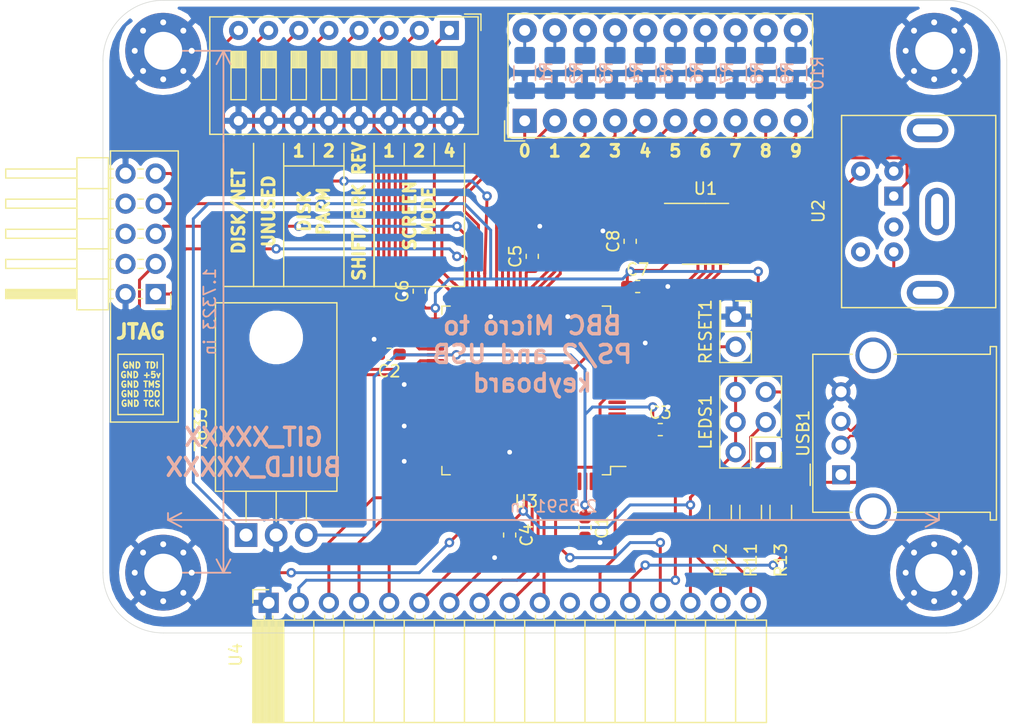
<source format=kicad_pcb>
(kicad_pcb (version 20171130) (host pcbnew "(5.1.6)-1")
  (layers (0 F.Cu signal) (31 B.Cu signal hide) (34 B.Paste user) (35 F.Paste user) (36 B.SilkS user) (37 F.SilkS user) (38 B.Mask user) (39 F.Mask user) (44 Edge.Cuts user))
  (net 0 "")
  (net 1 "Net-(BAR1-Pad20)")
  (net 2 "Net-(BAR1-Pad19)")
  (net 3 "Net-(BAR1-Pad18)")
  (net 4 "Net-(BAR1-Pad17)")
  (net 5 "Net-(BAR1-Pad11)")
  (net 6 "Net-(BAR1-Pad12)")
  (net 7 "Net-(BAR1-Pad16)")
  (net 8 "Net-(BAR1-Pad15)")
  (net 9 "Net-(BAR1-Pad14)")
  (net 10 "Net-(BAR1-Pad13)")
  (net 11 GND)
  (net 12 /TDI)
  (net 13 +5V)
  (net 14 /TMS)
  (net 15 /TDO)
  (net 16 /TCK)
  (net 17 "Net-(SW1-Pad8)")
  (net 18 "Net-(SW1-Pad7)")
  (net 19 "Net-(SW1-Pad6)")
  (net 20 "Net-(SW1-Pad5)")
  (net 21 "Net-(SW1-Pad4)")
  (net 22 "Net-(SW1-Pad3)")
  (net 23 "Net-(SW1-Pad2)")
  (net 24 "Net-(SW1-Pad1)")
  (net 25 /COL2)
  (net 26 /CB)
  (net 27 /ROW1)
  (net 28 /ROW0)
  (net 29 /CA2)
  (net 30 /ROW2)
  (net 31 /COL0)
  (net 32 /COL1)
  (net 33 /BEEBCLK)
  (net 34 /W)
  (net 35 +3V3)
  (net 36 /LED10)
  (net 37 /LED9)
  (net 38 /LED8)
  (net 39 /LED7)
  (net 40 /LED6)
  (net 41 /LED5)
  (net 42 /LED4)
  (net 43 /LED3)
  (net 44 /LED2)
  (net 45 /LED1)
  (net 46 "Net-(C8-Pad1)")
  (net 47 "Net-(R11-Pad2)")
  (net 48 "Net-(R12-Pad2)")
  (net 49 "Net-(R13-Pad2)")
  (net 50 /PS2DATA_B)
  (net 51 /PS2DATA_A)
  (net 52 /PS2CLK_B)
  (net 53 /PS2CLK_A)
  (net 54 "Net-(RESET1-Pad2)")
  (net 55 "Net-(LEDS1-Pad5)")
  (net 56 "Net-(LEDS1-Pad3)")
  (net 57 "Net-(LEDS1-Pad1)")
  (net 58 /USB_N)
  (net 59 /USB_P)
  (module Connector_USB:USB_A_Molex_67643_Horizontal (layer F.Cu) (at 109.22 118.745 90)
    (fp_text reference USB1 (at 3.5 -3.19 90) (layer F.SilkS))
    (fp_text value USB)
    (pad 5 thru_hole circle (at -3.07 2.71 90) (size 3 3) (drill 2.3) (layers *.Cu *.Mask))
    (pad 5 thru_hole circle (at 10.07 2.71 90) (size 3 3) (drill 2.3) (layers *.Cu *.Mask))
    (pad 1 thru_hole rect (at 0 0 90) (size 1.6 1.5) (drill 0.95) (layers *.Cu *.Mask) (net 13 +5V))
    (pad 2 thru_hole circle (at 2.5 0 90) (size 1.6 1.6) (drill 0.95) (layers *.Cu *.Mask) (net 58 /USB_N))
    (pad 3 thru_hole circle (at 4.5 0 90) (size 1.6 1.6) (drill 0.95) (layers *.Cu *.Mask) (net 59 /USB_P))
    (pad 4 thru_hole circle (at 7 0 90) (size 1.6 1.6) (drill 0.95) (layers *.Cu *.Mask) (net 11 GND))
  )
  (module thirdparty:Connector_Mini-DIN_Female_6Pin_2rows (layer F.Cu) (at 113.665 95.25 90)
    (fp_text reference U2 (at -1.27 -6.35 90) (layer F.SilkS))
    (fp_text value ps2)
    (pad 7 thru_hole oval (at -1.3 3.65 90) (size 4 2) (drill oval 3 1) (layers *.Cu *.Mask))
    (pad 6 thru_hole circle (at -4.7 -2.8 90) (size 1.6 1.6) (drill 0.8) (layers *.Cu *.Mask))
    (pad 5 thru_hole circle (at 2.1 -2.8 90) (size 1.6 1.6) (drill 0.8) (layers *.Cu *.Mask) (net 53 /PS2CLK_A))
    (pad 4 thru_hole circle (at -4.7 0 90) (size 1.6 1.6) (drill 0.8) (layers *.Cu *.Mask) (net 13 +5V))
    (pad 3 thru_hole circle (at 2.1 0 90) (size 1.6 1.6) (drill 0.8) (layers *.Cu *.Mask) (net 11 GND))
    (pad 2 thru_hole circle (at -2.6 0 90) (size 1.6 1.6) (drill 0.8) (layers *.Cu *.Mask))
    (pad 1 thru_hole rect (at 0 0 90) (size 1.6 1.6) (drill 0.8) (layers *.Cu *.Mask) (net 51 /PS2DATA_A))
    (pad 7 thru_hole oval (at 5.55 2.85 90) (size 2 3.5) (drill oval 1 2.5) (layers *.Cu *.Mask))
    (pad 7 thru_hole oval (at -8.15 2.85 90) (size 2 3.5) (drill oval 1 2.5) (layers *.Cu *.Mask))
  )
  (module Connector_PinHeader_2.54mm:PinHeader_2x01_P2.54mm_Vertical (layer F.Cu) (at 100.33 105.41 270)
    (fp_text reference RESET1 (at 1.27 2.54 90) (layer F.SilkS))
    (fp_text value J3)
    (pad 2 thru_hole oval (at 2.54 0 270) (size 1.7 1.7) (drill 1) (layers *.Cu *.Mask) (net 54 "Net-(RESET1-Pad2)"))
    (pad 1 thru_hole rect (at 0 0 270) (size 1.7 1.7) (drill 1) (layers *.Cu *.Mask) (net 11 GND))
  )
  (module Package_TO_SOT_THT:TO-220-3_Horizontal_TabDown (layer F.Cu) (at 59.055 123.825)
    (fp_text reference U5 hide)
    (fp_text value 7833 (at -3.81 -8.89 90) (layer F.SilkS))
    (pad 3 thru_hole oval (at 5.08 0) (size 1.905 2) (drill 1.1) (layers *.Cu *.Mask) (net 35 +3V3))
    (pad 2 thru_hole oval (at 2.54 0) (size 1.905 2) (drill 1.1) (layers *.Cu *.Mask) (net 11 GND))
    (pad 1 thru_hole rect (at 0 0) (size 1.905 2) (drill 1.1) (layers *.Cu *.Mask) (net 13 +5V))
    (pad "" np_thru_hole oval (at 2.54 -16.66) (size 3.5 3.5) (drill 3.5) (layers *.Cu *.Mask))
  )
  (module Display:HDSP-4830 (layer F.Cu) (at 82.55 88.9 90)
    (fp_text reference BAR1 hide)
    (fp_text value HDSP-4830_2 hide)
    (pad 20 thru_hole circle (at 7.62 0) (size 2.032 2.032) (drill 0.9144) (layers *.Cu *.Mask) (net 1 "Net-(BAR1-Pad20)"))
    (pad 19 thru_hole circle (at 7.62 2.54) (size 2.032 2.032) (drill 0.9144) (layers *.Cu *.Mask) (net 2 "Net-(BAR1-Pad19)"))
    (pad 18 thru_hole circle (at 7.62 5.08) (size 2.032 2.032) (drill 0.9144) (layers *.Cu *.Mask) (net 3 "Net-(BAR1-Pad18)"))
    (pad 17 thru_hole circle (at 7.62 7.62) (size 2.032 2.032) (drill 0.9144) (layers *.Cu *.Mask) (net 4 "Net-(BAR1-Pad17)"))
    (pad 9 thru_hole circle (at 0 20.32) (size 2.032 2.032) (drill 0.9144) (layers *.Cu *.Mask) (net 37 /LED9))
    (pad 10 thru_hole circle (at 0 22.86) (size 2.032 2.032) (drill 0.9144) (layers *.Cu *.Mask) (net 36 /LED10))
    (pad 11 thru_hole circle (at 7.62 22.86) (size 2.032 2.032) (drill 0.9144) (layers *.Cu *.Mask) (net 5 "Net-(BAR1-Pad11)"))
    (pad 12 thru_hole circle (at 7.62 20.32) (size 2.032 2.032) (drill 0.9144) (layers *.Cu *.Mask) (net 6 "Net-(BAR1-Pad12)"))
    (pad 8 thru_hole circle (at 0 17.78) (size 2.032 2.032) (drill 0.9144) (layers *.Cu *.Mask) (net 38 /LED8))
    (pad 7 thru_hole circle (at 0 15.24) (size 2.032 2.032) (drill 0.9144) (layers *.Cu *.Mask) (net 39 /LED7))
    (pad 6 thru_hole circle (at 0 12.7) (size 2.032 2.032) (drill 0.9144) (layers *.Cu *.Mask) (net 40 /LED6))
    (pad 5 thru_hole circle (at 0 10.16) (size 2.032 2.032) (drill 0.9144) (layers *.Cu *.Mask) (net 41 /LED5))
    (pad 16 thru_hole circle (at 7.62 10.16) (size 2.032 2.032) (drill 0.9144) (layers *.Cu *.Mask) (net 7 "Net-(BAR1-Pad16)"))
    (pad 15 thru_hole circle (at 7.62 12.7) (size 2.032 2.032) (drill 0.9144) (layers *.Cu *.Mask) (net 8 "Net-(BAR1-Pad15)"))
    (pad 14 thru_hole circle (at 7.62 15.24) (size 2.032 2.032) (drill 0.9144) (layers *.Cu *.Mask) (net 9 "Net-(BAR1-Pad14)"))
    (pad 13 thru_hole circle (at 7.62 17.78) (size 2.032 2.032) (drill 0.9144) (layers *.Cu *.Mask) (net 10 "Net-(BAR1-Pad13)"))
    (pad 4 thru_hole circle (at 0 7.62) (size 2.032 2.032) (drill 0.9144) (layers *.Cu *.Mask) (net 42 /LED4))
    (pad 3 thru_hole circle (at 0 5.08) (size 2.032 2.032) (drill 0.9144) (layers *.Cu *.Mask) (net 43 /LED3))
    (pad 2 thru_hole circle (at 0 2.54) (size 2.032 2.032) (drill 0.9144) (layers *.Cu *.Mask) (net 44 /LED2))
    (pad 1 thru_hole rect (at 0 0) (size 2.032 2.032) (drill 0.9144) (layers *.Cu *.Mask) (net 45 /LED1))
  )
  (module Package_SO:SOP-8_3.9x4.9mm_P1.27mm (layer F.Cu) (at 97.79 98.425)
    (fp_text reference U1 (at 0 -3.81) (layer F.SilkS))
    (fp_text value WIT122UH)
    (pad 8 smd roundrect (at 2.625 -1.905) (size 1.65 0.6) (layers F.Cu F.Paste F.Mask) (net 52 /PS2CLK_B))
    (pad 7 smd roundrect (at 2.625 -0.635) (size 1.65 0.6) (layers F.Cu F.Paste F.Mask) (net 50 /PS2DATA_B))
    (pad 6 smd roundrect (at 2.625 0.635) (size 1.65 0.6) (layers F.Cu F.Paste F.Mask) (net 58 /USB_N))
    (pad 5 smd roundrect (at 2.625 1.905) (size 1.65 0.6) (layers F.Cu F.Paste F.Mask) (net 59 /USB_P))
    (pad 4 smd roundrect (at -2.625 1.905) (size 1.65 0.6) (layers F.Cu F.Paste F.Mask) (net 13 +5V))
    (pad 3 smd roundrect (at -2.625 0.635) (size 1.65 0.6) (layers F.Cu F.Paste F.Mask) (net 46 "Net-(C8-Pad1)"))
    (pad 2 smd roundrect (at -2.625 -0.635) (size 1.65 0.6) (layers F.Cu F.Paste F.Mask) (net 11 GND))
    (pad 1 smd roundrect (at -2.625 -1.905) (size 1.65 0.6) (layers F.Cu F.Paste F.Mask))
  )
  (module Connector_PinHeader_2.54mm:PinHeader_2x03_P2.54mm_Vertical (layer F.Cu) (at 102.87 116.84 180)
    (fp_text reference LEDS1 (at 5.08 2.54 270) (layer F.SilkS))
    (fp_text value J1)
    (pad 6 thru_hole oval (at 2.54 5.08 180) (size 1.7 1.7) (drill 1) (layers *.Cu *.Mask) (net 13 +5V))
    (pad 5 thru_hole oval (at 0 5.08 180) (size 1.7 1.7) (drill 1) (layers *.Cu *.Mask) (net 55 "Net-(LEDS1-Pad5)"))
    (pad 4 thru_hole oval (at 2.54 2.54 180) (size 1.7 1.7) (drill 1) (layers *.Cu *.Mask) (net 13 +5V))
    (pad 3 thru_hole oval (at 0 2.54 180) (size 1.7 1.7) (drill 1) (layers *.Cu *.Mask) (net 56 "Net-(LEDS1-Pad3)"))
    (pad 2 thru_hole oval (at 2.54 0 180) (size 1.7 1.7) (drill 1) (layers *.Cu *.Mask) (net 13 +5V))
    (pad 1 thru_hole rect (at 0 0 180) (size 1.7 1.7) (drill 1) (layers *.Cu *.Mask) (net 57 "Net-(LEDS1-Pad1)"))
  )
  (module Resistor_SMD:R_1206_3216Metric_Pad1.42x1.75mm_HandSolder (layer F.Cu) (at 104.14 121.92 270)
    (fp_text reference R13 (at 4.0275 0 90) (layer F.SilkS))
    (fp_text value 470)
    (pad 2 smd roundrect (at 1.4875 0 270) (size 1.425 1.75) (layers F.Cu F.Paste F.Mask) (roundrect_rratio 0.175439) (net 49 "Net-(R13-Pad2)"))
    (pad 1 smd roundrect (at -1.4875 0 270) (size 1.425 1.75) (layers F.Cu F.Paste F.Mask) (roundrect_rratio 0.175439) (net 55 "Net-(LEDS1-Pad5)"))
  )
  (module Resistor_SMD:R_1206_3216Metric_Pad1.42x1.75mm_HandSolder (layer F.Cu) (at 99.06 121.92 270)
    (fp_text reference R12 (at 4.0275 0 90) (layer F.SilkS))
    (fp_text value 470)
    (pad 2 smd roundrect (at 1.4875 0 270) (size 1.425 1.75) (layers F.Cu F.Paste F.Mask) (roundrect_rratio 0.175439) (net 48 "Net-(R12-Pad2)"))
    (pad 1 smd roundrect (at -1.4875 0 270) (size 1.425 1.75) (layers F.Cu F.Paste F.Mask) (roundrect_rratio 0.175439) (net 56 "Net-(LEDS1-Pad3)"))
  )
  (module Resistor_SMD:R_1206_3216Metric_Pad1.42x1.75mm_HandSolder (layer F.Cu) (at 101.6 121.92 270)
    (fp_text reference R11 (at 4.0275 0 90) (layer F.SilkS))
    (fp_text value 470)
    (pad 2 smd roundrect (at 1.4875 0 270) (size 1.425 1.75) (layers F.Cu F.Paste F.Mask) (roundrect_rratio 0.175439) (net 47 "Net-(R11-Pad2)"))
    (pad 1 smd roundrect (at -1.4875 0 270) (size 1.425 1.75) (layers F.Cu F.Paste F.Mask) (roundrect_rratio 0.175439) (net 57 "Net-(LEDS1-Pad1)"))
  )
  (module Capacitor_SMD:C_0603_1608Metric_Pad1.05x0.95mm_HandSolder (layer F.Cu) (at 91.44 99.06 90)
    (fp_text reference C8 (at 0 -1.43 90) (layer F.SilkS))
    (fp_text value 0.1uF)
    (pad 2 smd roundrect (at 0.875 0 90) (size 1.05 0.95) (layers F.Cu F.Paste F.Mask) (net 11 GND))
    (pad 1 smd roundrect (at -0.875 0 90) (size 1.05 0.95) (layers F.Cu F.Paste F.Mask) (net 46 "Net-(C8-Pad1)"))
  )
  (module MountingHole:MountingHole_3.2mm_M3_Pad_Via (layer F.Cu) (at 52.07 83)
    (fp_text reference H4 hide)
    (fp_text value MountingHole_Pad hide)
    (pad 1 thru_hole circle (at 0 0) (size 6.4 6.4) (drill 3.2) (layers *.Cu *.Mask) (net 11 GND))
    (pad 1 thru_hole circle (at 2.4 0) (size 0.8 0.8) (drill 0.5) (layers *.Cu *.Mask) (net 11 GND))
    (pad 1 thru_hole circle (at 1.697056 1.697056) (size 0.8 0.8) (drill 0.5) (layers *.Cu *.Mask) (net 11 GND))
    (pad 1 thru_hole circle (at 0 2.4) (size 0.8 0.8) (drill 0.5) (layers *.Cu *.Mask) (net 11 GND))
    (pad 1 thru_hole circle (at -1.697056 1.697056) (size 0.8 0.8) (drill 0.5) (layers *.Cu *.Mask) (net 11 GND))
    (pad 1 thru_hole circle (at -2.4 0) (size 0.8 0.8) (drill 0.5) (layers *.Cu *.Mask) (net 11 GND))
    (pad 1 thru_hole circle (at -1.697056 -1.697056) (size 0.8 0.8) (drill 0.5) (layers *.Cu *.Mask) (net 11 GND))
    (pad 1 thru_hole circle (at 0 -2.4) (size 0.8 0.8) (drill 0.5) (layers *.Cu *.Mask) (net 11 GND))
    (pad 1 thru_hole circle (at 1.697056 -1.697056) (size 0.8 0.8) (drill 0.5) (layers *.Cu *.Mask) (net 11 GND))
  )
  (module MountingHole:MountingHole_3.2mm_M3_Pad_Via (layer F.Cu) (at 52.07 127)
    (fp_text reference H3 hide)
    (fp_text value MountingHole_Pad hide)
    (pad 1 thru_hole circle (at 1.697056 -1.697056) (size 0.8 0.8) (drill 0.5) (layers *.Cu *.Mask) (net 11 GND))
    (pad 1 thru_hole circle (at 0 -2.4) (size 0.8 0.8) (drill 0.5) (layers *.Cu *.Mask) (net 11 GND))
    (pad 1 thru_hole circle (at -1.697056 -1.697056) (size 0.8 0.8) (drill 0.5) (layers *.Cu *.Mask) (net 11 GND))
    (pad 1 thru_hole circle (at -2.4 0) (size 0.8 0.8) (drill 0.5) (layers *.Cu *.Mask) (net 11 GND))
    (pad 1 thru_hole circle (at -1.697056 1.697056) (size 0.8 0.8) (drill 0.5) (layers *.Cu *.Mask) (net 11 GND))
    (pad 1 thru_hole circle (at 0 2.4) (size 0.8 0.8) (drill 0.5) (layers *.Cu *.Mask) (net 11 GND))
    (pad 1 thru_hole circle (at 1.697056 1.697056) (size 0.8 0.8) (drill 0.5) (layers *.Cu *.Mask) (net 11 GND))
    (pad 1 thru_hole circle (at 2.4 0) (size 0.8 0.8) (drill 0.5) (layers *.Cu *.Mask) (net 11 GND))
    (pad 1 thru_hole circle (at 0 0) (size 6.4 6.4) (drill 3.2) (layers *.Cu *.Mask) (net 11 GND))
  )
  (module MountingHole:MountingHole_3.2mm_M3_Pad_Via (layer F.Cu) (at 117.07 83)
    (fp_text reference H2 hide)
    (fp_text value MountingHole_Pad hide)
    (pad 1 thru_hole circle (at 0 0) (size 6.4 6.4) (drill 3.2) (layers *.Cu *.Mask) (net 11 GND))
    (pad 1 thru_hole circle (at 2.4 0) (size 0.8 0.8) (drill 0.5) (layers *.Cu *.Mask) (net 11 GND))
    (pad 1 thru_hole circle (at 1.697056 1.697056) (size 0.8 0.8) (drill 0.5) (layers *.Cu *.Mask) (net 11 GND))
    (pad 1 thru_hole circle (at 0 2.4) (size 0.8 0.8) (drill 0.5) (layers *.Cu *.Mask) (net 11 GND))
    (pad 1 thru_hole circle (at -1.697056 1.697056) (size 0.8 0.8) (drill 0.5) (layers *.Cu *.Mask) (net 11 GND))
    (pad 1 thru_hole circle (at -2.4 0) (size 0.8 0.8) (drill 0.5) (layers *.Cu *.Mask) (net 11 GND))
    (pad 1 thru_hole circle (at -1.697056 -1.697056) (size 0.8 0.8) (drill 0.5) (layers *.Cu *.Mask) (net 11 GND))
    (pad 1 thru_hole circle (at 0 -2.4) (size 0.8 0.8) (drill 0.5) (layers *.Cu *.Mask) (net 11 GND))
    (pad 1 thru_hole circle (at 1.697056 -1.697056) (size 0.8 0.8) (drill 0.5) (layers *.Cu *.Mask) (net 11 GND))
  )
  (module MountingHole:MountingHole_3.2mm_M3_Pad_Via (layer F.Cu) (at 117.07 127)
    (fp_text reference H1 hide)
    (fp_text value MountingHole_Pad hide)
    (pad 1 thru_hole circle (at 1.697056 -1.697056) (size 0.8 0.8) (drill 0.5) (layers *.Cu *.Mask) (net 11 GND))
    (pad 1 thru_hole circle (at 0 -2.4) (size 0.8 0.8) (drill 0.5) (layers *.Cu *.Mask) (net 11 GND))
    (pad 1 thru_hole circle (at -1.697056 -1.697056) (size 0.8 0.8) (drill 0.5) (layers *.Cu *.Mask) (net 11 GND))
    (pad 1 thru_hole circle (at -2.4 0) (size 0.8 0.8) (drill 0.5) (layers *.Cu *.Mask) (net 11 GND))
    (pad 1 thru_hole circle (at -1.697056 1.697056) (size 0.8 0.8) (drill 0.5) (layers *.Cu *.Mask) (net 11 GND))
    (pad 1 thru_hole circle (at 0 2.4) (size 0.8 0.8) (drill 0.5) (layers *.Cu *.Mask) (net 11 GND))
    (pad 1 thru_hole circle (at 1.697056 1.697056) (size 0.8 0.8) (drill 0.5) (layers *.Cu *.Mask) (net 11 GND))
    (pad 1 thru_hole circle (at 2.4 0) (size 0.8 0.8) (drill 0.5) (layers *.Cu *.Mask) (net 11 GND))
    (pad 1 thru_hole circle (at 0 0) (size 6.4 6.4) (drill 3.2) (layers *.Cu *.Mask) (net 11 GND))
  )
  (module Connector_PinSocket_2.54mm:PinSocket_1x17_P2.54mm_Horizontal (layer F.Cu) (at 60.96 129.54 90)
    (fp_text reference U4 (at -4.38 -2.77 90) (layer F.SilkS))
    (fp_text value beebKB)
    (pad 17 thru_hole oval (at 0 40.64 90) (size 1.7 1.7) (drill 1) (layers *.Cu *.Mask) (net 48 "Net-(R12-Pad2)"))
    (pad 16 thru_hole oval (at 0 38.1 90) (size 1.7 1.7) (drill 1) (layers *.Cu *.Mask) (net 47 "Net-(R11-Pad2)"))
    (pad 15 thru_hole oval (at 0 35.56 90) (size 1.7 1.7) (drill 1) (layers *.Cu *.Mask) (net 13 +5V))
    (pad 14 thru_hole oval (at 0 33.02 90) (size 1.7 1.7) (drill 1) (layers *.Cu *.Mask) (net 29 /CA2))
    (pad 13 thru_hole oval (at 0 30.48 90) (size 1.7 1.7) (drill 1) (layers *.Cu *.Mask) (net 49 "Net-(R13-Pad2)"))
    (pad 12 thru_hole oval (at 0 27.94 90) (size 1.7 1.7) (drill 1) (layers *.Cu *.Mask) (net 34 /W))
    (pad 11 thru_hole oval (at 0 25.4 90) (size 1.7 1.7) (drill 1) (layers *.Cu *.Mask))
    (pad 10 thru_hole oval (at 0 22.86 90) (size 1.7 1.7) (drill 1) (layers *.Cu *.Mask) (net 30 /ROW2))
    (pad 9 thru_hole oval (at 0 20.32 90) (size 1.7 1.7) (drill 1) (layers *.Cu *.Mask) (net 27 /ROW1))
    (pad 8 thru_hole oval (at 0 17.78 90) (size 1.7 1.7) (drill 1) (layers *.Cu *.Mask) (net 28 /ROW0))
    (pad 7 thru_hole oval (at 0 15.24 90) (size 1.7 1.7) (drill 1) (layers *.Cu *.Mask) (net 25 /COL2))
    (pad 6 thru_hole oval (at 0 12.7 90) (size 1.7 1.7) (drill 1) (layers *.Cu *.Mask) (net 32 /COL1))
    (pad 5 thru_hole oval (at 0 10.16 90) (size 1.7 1.7) (drill 1) (layers *.Cu *.Mask) (net 31 /COL0))
    (pad 4 thru_hole oval (at 0 7.62 90) (size 1.7 1.7) (drill 1) (layers *.Cu *.Mask) (net 26 /CB))
    (pad 3 thru_hole oval (at 0 5.08 90) (size 1.7 1.7) (drill 1) (layers *.Cu *.Mask) (net 33 /BEEBCLK))
    (pad 2 thru_hole oval (at 0 2.54 90) (size 1.7 1.7) (drill 1) (layers *.Cu *.Mask) (net 54 "Net-(RESET1-Pad2)"))
    (pad 1 thru_hole rect (at 0 0 90) (size 1.7 1.7) (drill 1) (layers *.Cu *.Mask) (net 11 GND))
  )
  (module Capacitor_SMD:C_0603_1608Metric_Pad1.05x0.95mm_HandSolder (layer F.Cu) (at 83.185 100.33 90)
    (fp_text reference C5 (at 0 -1.43 90) (layer F.SilkS))
    (fp_text value C)
    (pad 2 smd roundrect (at 0.875 0 90) (size 1.05 0.95) (layers F.Cu F.Paste F.Mask) (net 11 GND))
    (pad 1 smd roundrect (at -0.875 0 90) (size 1.05 0.95) (layers F.Cu F.Paste F.Mask) (net 13 +5V))
  )
  (module Capacitor_SMD:C_0603_1608Metric_Pad1.05x0.95mm_HandSolder (layer F.Cu) (at 92.075 102.87)
    (fp_text reference C7 (at 0 -1.43) (layer F.SilkS))
    (fp_text value C)
    (pad 2 smd roundrect (at 0.875 0) (size 1.05 0.95) (layers F.Cu F.Paste F.Mask) (net 11 GND))
    (pad 1 smd roundrect (at -0.875 0) (size 1.05 0.95) (layers F.Cu F.Paste F.Mask) (net 13 +5V))
  )
  (module Capacitor_SMD:C_0603_1608Metric_Pad1.05x0.95mm_HandSolder (layer F.Cu) (at 73.66 103.265 90)
    (fp_text reference C6 (at 0 -1.43 90) (layer F.SilkS))
    (fp_text value C)
    (pad 2 smd roundrect (at 0.875 0 90) (size 1.05 0.95) (layers F.Cu F.Paste F.Mask) (net 11 GND))
    (pad 1 smd roundrect (at -0.875 0 90) (size 1.05 0.95) (layers F.Cu F.Paste F.Mask) (net 13 +5V))
  )
  (module Capacitor_SMD:C_0603_1608Metric_Pad1.05x0.95mm_HandSolder (layer F.Cu) (at 81.28 123.825 270)
    (fp_text reference C4 (at 0 -1.43 90) (layer F.SilkS))
    (fp_text value C)
    (pad 2 smd roundrect (at 0.875 0 270) (size 1.05 0.95) (layers F.Cu F.Paste F.Mask) (net 11 GND))
    (pad 1 smd roundrect (at -0.875 0 270) (size 1.05 0.95) (layers F.Cu F.Paste F.Mask) (net 13 +5V))
  )
  (module Capacitor_SMD:C_0603_1608Metric_Pad1.05x0.95mm_HandSolder (layer F.Cu) (at 93.98 114.935)
    (fp_text reference C3 (at 0 -1.43) (layer F.SilkS))
    (fp_text value C)
    (pad 2 smd roundrect (at 0.875 0) (size 1.05 0.95) (layers F.Cu F.Paste F.Mask) (net 11 GND))
    (pad 1 smd roundrect (at -0.875 0) (size 1.05 0.95) (layers F.Cu F.Paste F.Mask) (net 35 +3V3))
  )
  (module Capacitor_SMD:C_0603_1608Metric_Pad1.05x0.95mm_HandSolder (layer F.Cu) (at 71.12 108.585 180)
    (fp_text reference C2 (at 0 -1.43) (layer F.SilkS))
    (fp_text value C)
    (pad 2 smd roundrect (at 0.875 0 180) (size 1.05 0.95) (layers F.Cu F.Paste F.Mask) (net 11 GND))
    (pad 1 smd roundrect (at -0.875 0 180) (size 1.05 0.95) (layers F.Cu F.Paste F.Mask) (net 35 +3V3))
  )
  (module Capacitor_SMD:C_0603_1608Metric_Pad1.05x0.95mm_HandSolder (layer F.Cu) (at 87.63 123.19 270)
    (fp_text reference C1 (at 0 -1.43 90) (layer F.SilkS))
    (fp_text value C)
    (pad 2 smd roundrect (at 0.875 0 270) (size 1.05 0.95) (layers F.Cu F.Paste F.Mask) (net 11 GND))
    (pad 1 smd roundrect (at -0.875 0 270) (size 1.05 0.95) (layers F.Cu F.Paste F.Mask) (net 35 +3V3))
  )
  (module Resistor_SMD:R_1206_3216Metric_Pad1.42x1.75mm_HandSolder (layer B.Cu) (at 105.41 84.8725 90)
    (fp_text reference R10 (at 0 1.82 270) (layer B.SilkS) (effects (justify mirror)))
    (fp_text value R)
    (pad 2 smd roundrect (at 1.4875 0 90) (size 1.425 1.75) (layers B.Cu B.Paste B.Mask) (roundrect_rratio 0.175439) (net 5 "Net-(BAR1-Pad11)"))
    (pad 1 smd roundrect (at -1.4875 0 90) (size 1.425 1.75) (layers B.Cu B.Paste B.Mask) (roundrect_rratio 0.175439) (net 11 GND))
  )
  (module Resistor_SMD:R_1206_3216Metric_Pad1.42x1.75mm_HandSolder (layer B.Cu) (at 102.87 84.8725 90)
    (fp_text reference R9 (at 0 1.82 270) (layer B.SilkS) (effects (justify mirror)))
    (fp_text value R)
    (pad 2 smd roundrect (at 1.4875 0 90) (size 1.425 1.75) (layers B.Cu B.Paste B.Mask) (roundrect_rratio 0.175439) (net 6 "Net-(BAR1-Pad12)"))
    (pad 1 smd roundrect (at -1.4875 0 90) (size 1.425 1.75) (layers B.Cu B.Paste B.Mask) (roundrect_rratio 0.175439) (net 11 GND))
  )
  (module Resistor_SMD:R_1206_3216Metric_Pad1.42x1.75mm_HandSolder (layer B.Cu) (at 100.33 84.8725 90)
    (fp_text reference R8 (at 0 1.82 270) (layer B.SilkS) (effects (justify mirror)))
    (fp_text value R)
    (pad 1 smd roundrect (at -1.4875 0 90) (size 1.425 1.75) (layers B.Cu B.Paste B.Mask) (roundrect_rratio 0.175439) (net 11 GND))
    (pad 2 smd roundrect (at 1.4875 0 90) (size 1.425 1.75) (layers B.Cu B.Paste B.Mask) (roundrect_rratio 0.175439) (net 10 "Net-(BAR1-Pad13)"))
  )
  (module Resistor_SMD:R_1206_3216Metric_Pad1.42x1.75mm_HandSolder (layer B.Cu) (at 97.79 84.8725 90)
    (fp_text reference R7 (at 0 1.82 270) (layer B.SilkS) (effects (justify mirror)))
    (fp_text value R)
    (pad 1 smd roundrect (at -1.4875 0 90) (size 1.425 1.75) (layers B.Cu B.Paste B.Mask) (roundrect_rratio 0.175439) (net 11 GND))
    (pad 2 smd roundrect (at 1.4875 0 90) (size 1.425 1.75) (layers B.Cu B.Paste B.Mask) (roundrect_rratio 0.175439) (net 9 "Net-(BAR1-Pad14)"))
  )
  (module Resistor_SMD:R_1206_3216Metric_Pad1.42x1.75mm_HandSolder (layer B.Cu) (at 95.25 84.8725 90)
    (fp_text reference R6 (at 0 1.82 270) (layer B.SilkS) (effects (justify mirror)))
    (fp_text value R)
    (pad 1 smd roundrect (at -1.4875 0 90) (size 1.425 1.75) (layers B.Cu B.Paste B.Mask) (roundrect_rratio 0.175439) (net 11 GND))
    (pad 2 smd roundrect (at 1.4875 0 90) (size 1.425 1.75) (layers B.Cu B.Paste B.Mask) (roundrect_rratio 0.175439) (net 8 "Net-(BAR1-Pad15)"))
  )
  (module Resistor_SMD:R_1206_3216Metric_Pad1.42x1.75mm_HandSolder (layer B.Cu) (at 92.71 84.8725 90)
    (fp_text reference R5 (at 0 1.82 270) (layer B.SilkS) (effects (justify mirror)))
    (fp_text value R)
    (pad 1 smd roundrect (at -1.4875 0 90) (size 1.425 1.75) (layers B.Cu B.Paste B.Mask) (roundrect_rratio 0.175439) (net 11 GND))
    (pad 2 smd roundrect (at 1.4875 0 90) (size 1.425 1.75) (layers B.Cu B.Paste B.Mask) (roundrect_rratio 0.175439) (net 7 "Net-(BAR1-Pad16)"))
  )
  (module Resistor_SMD:R_1206_3216Metric_Pad1.42x1.75mm_HandSolder (layer B.Cu) (at 90.17 84.8725 90)
    (fp_text reference R4 (at 0 1.82 270) (layer B.SilkS) (effects (justify mirror)))
    (fp_text value R)
    (pad 1 smd roundrect (at -1.4875 0 90) (size 1.425 1.75) (layers B.Cu B.Paste B.Mask) (roundrect_rratio 0.175439) (net 11 GND))
    (pad 2 smd roundrect (at 1.4875 0 90) (size 1.425 1.75) (layers B.Cu B.Paste B.Mask) (roundrect_rratio 0.175439) (net 4 "Net-(BAR1-Pad17)"))
  )
  (module Resistor_SMD:R_1206_3216Metric_Pad1.42x1.75mm_HandSolder (layer B.Cu) (at 87.63 84.8725 90)
    (fp_text reference R3 (at 0 1.82 270) (layer B.SilkS) (effects (justify mirror)))
    (fp_text value R)
    (pad 1 smd roundrect (at -1.4875 0 90) (size 1.425 1.75) (layers B.Cu B.Paste B.Mask) (roundrect_rratio 0.175439) (net 11 GND))
    (pad 2 smd roundrect (at 1.4875 0 90) (size 1.425 1.75) (layers B.Cu B.Paste B.Mask) (roundrect_rratio 0.175439) (net 3 "Net-(BAR1-Pad18)"))
  )
  (module Resistor_SMD:R_1206_3216Metric_Pad1.42x1.75mm_HandSolder (layer B.Cu) (at 85.09 84.8725 90)
    (fp_text reference R2 (at 0 1.82 270) (layer B.SilkS) (effects (justify mirror)))
    (fp_text value R)
    (pad 2 smd roundrect (at 1.4875 0 90) (size 1.425 1.75) (layers B.Cu B.Paste B.Mask) (roundrect_rratio 0.175439) (net 2 "Net-(BAR1-Pad19)"))
    (pad 1 smd roundrect (at -1.4875 0 90) (size 1.425 1.75) (layers B.Cu B.Paste B.Mask) (roundrect_rratio 0.175439) (net 11 GND))
  )
  (module Resistor_SMD:R_1206_3216Metric_Pad1.42x1.75mm_HandSolder (layer B.Cu) (at 82.55 84.8725 90)
    (fp_text reference R1 (at 0 1.82 270) (layer B.SilkS) (effects (justify mirror)))
    (fp_text value R)
    (pad 2 smd roundrect (at 1.4875 0 90) (size 1.425 1.75) (layers B.Cu B.Paste B.Mask) (roundrect_rratio 0.175439) (net 1 "Net-(BAR1-Pad20)"))
    (pad 1 smd roundrect (at -1.4875 0 90) (size 1.425 1.75) (layers B.Cu B.Paste B.Mask) (roundrect_rratio 0.175439) (net 11 GND))
  )
  (module Button_Switch_THT:SW_DIP_SPSTx08_Slide_9.78x22.5mm_W7.62mm_P2.54mm (layer F.Cu) (at 76.2 81.28 270)
    (fp_text reference SW1 hide)
    (fp_text value SW_DIP_x08)
    (pad 16 thru_hole oval (at 7.62 0 270) (size 1.6 1.6) (drill 0.8) (layers *.Cu *.Mask) (net 11 GND))
    (pad 8 thru_hole oval (at 0 17.78 270) (size 1.6 1.6) (drill 0.8) (layers *.Cu *.Mask) (net 17 "Net-(SW1-Pad8)"))
    (pad 15 thru_hole oval (at 7.62 2.54 270) (size 1.6 1.6) (drill 0.8) (layers *.Cu *.Mask) (net 11 GND))
    (pad 7 thru_hole oval (at 0 15.24 270) (size 1.6 1.6) (drill 0.8) (layers *.Cu *.Mask) (net 18 "Net-(SW1-Pad7)"))
    (pad 14 thru_hole oval (at 7.62 5.08 270) (size 1.6 1.6) (drill 0.8) (layers *.Cu *.Mask) (net 11 GND))
    (pad 6 thru_hole oval (at 0 12.7 270) (size 1.6 1.6) (drill 0.8) (layers *.Cu *.Mask) (net 19 "Net-(SW1-Pad6)"))
    (pad 13 thru_hole oval (at 7.62 7.62 270) (size 1.6 1.6) (drill 0.8) (layers *.Cu *.Mask) (net 11 GND))
    (pad 5 thru_hole oval (at 0 10.16 270) (size 1.6 1.6) (drill 0.8) (layers *.Cu *.Mask) (net 20 "Net-(SW1-Pad5)"))
    (pad 12 thru_hole oval (at 7.62 10.16 270) (size 1.6 1.6) (drill 0.8) (layers *.Cu *.Mask) (net 11 GND))
    (pad 4 thru_hole oval (at 0 7.62 270) (size 1.6 1.6) (drill 0.8) (layers *.Cu *.Mask) (net 21 "Net-(SW1-Pad4)"))
    (pad 11 thru_hole oval (at 7.62 12.7 270) (size 1.6 1.6) (drill 0.8) (layers *.Cu *.Mask) (net 11 GND))
    (pad 3 thru_hole oval (at 0 5.08 270) (size 1.6 1.6) (drill 0.8) (layers *.Cu *.Mask) (net 22 "Net-(SW1-Pad3)"))
    (pad 10 thru_hole oval (at 7.62 15.24 270) (size 1.6 1.6) (drill 0.8) (layers *.Cu *.Mask) (net 11 GND))
    (pad 2 thru_hole oval (at 0 2.54 270) (size 1.6 1.6) (drill 0.8) (layers *.Cu *.Mask) (net 23 "Net-(SW1-Pad2)"))
    (pad 9 thru_hole oval (at 7.62 17.78 270) (size 1.6 1.6) (drill 0.8) (layers *.Cu *.Mask) (net 11 GND))
    (pad 1 thru_hole rect (at 0 0 270) (size 1.6 1.6) (drill 0.8) (layers *.Cu *.Mask) (net 24 "Net-(SW1-Pad1)"))
  )
  (module Connector_PinHeader_2.54mm:PinHeader_2x05_P2.54mm_Horizontal (layer F.Cu) (at 51.435 103.505 180)
    (fp_text reference J2 hide)
    (fp_text value AVR-JTAG-10)
    (pad 10 thru_hole oval (at 2.54 10.16 180) (size 1.7 1.7) (drill 1) (layers *.Cu *.Mask) (net 11 GND))
    (pad 9 thru_hole oval (at 0 10.16 180) (size 1.7 1.7) (drill 1) (layers *.Cu *.Mask) (net 12 /TDI))
    (pad 8 thru_hole oval (at 2.54 7.62 180) (size 1.7 1.7) (drill 1) (layers *.Cu *.Mask))
    (pad 7 thru_hole oval (at 0 7.62 180) (size 1.7 1.7) (drill 1) (layers *.Cu *.Mask) (net 13 +5V))
    (pad 6 thru_hole oval (at 2.54 5.08 180) (size 1.7 1.7) (drill 1) (layers *.Cu *.Mask))
    (pad 5 thru_hole oval (at 0 5.08 180) (size 1.7 1.7) (drill 1) (layers *.Cu *.Mask) (net 14 /TMS))
    (pad 4 thru_hole oval (at 2.54 2.54 180) (size 1.7 1.7) (drill 1) (layers *.Cu *.Mask))
    (pad 3 thru_hole oval (at 0 2.54 180) (size 1.7 1.7) (drill 1) (layers *.Cu *.Mask) (net 15 /TDO))
    (pad 2 thru_hole oval (at 2.54 0 180) (size 1.7 1.7) (drill 1) (layers *.Cu *.Mask) (net 11 GND))
    (pad 1 thru_hole rect (at 0 0 180) (size 1.7 1.7) (drill 1) (layers *.Cu *.Mask) (net 16 /TCK))
  )
  (module Package_QFP:TQFP-100_14x14mm_P0.5mm (layer F.Cu) (at 82.677 111.633 180)
    (fp_text reference U3 (at 0 -9.35) (layer F.SilkS))
    (fp_text value XC95144XL-TQ100)
    (pad 100 smd roundrect (at -6 -7.6625 180) (size 0.3 1.475) (layers F.Cu F.Paste F.Mask) (net 11 GND))
    (pad 99 smd roundrect (at -5.5 -7.6625 180) (size 0.3 1.475) (layers F.Cu F.Paste F.Mask))
    (pad 98 smd roundrect (at -5 -7.6625 180) (size 0.3 1.475) (layers F.Cu F.Paste F.Mask) (net 35 +3V3))
    (pad 97 smd roundrect (at -4.5 -7.6625 180) (size 0.3 1.475) (layers F.Cu F.Paste F.Mask))
    (pad 96 smd roundrect (at -4 -7.6625 180) (size 0.3 1.475) (layers F.Cu F.Paste F.Mask))
    (pad 95 smd roundrect (at -3.5 -7.6625 180) (size 0.3 1.475) (layers F.Cu F.Paste F.Mask))
    (pad 94 smd roundrect (at -3 -7.6625 180) (size 0.3 1.475) (layers F.Cu F.Paste F.Mask))
    (pad 93 smd roundrect (at -2.5 -7.6625 180) (size 0.3 1.475) (layers F.Cu F.Paste F.Mask) (net 29 /CA2))
    (pad 92 smd roundrect (at -2 -7.6625 180) (size 0.3 1.475) (layers F.Cu F.Paste F.Mask))
    (pad 91 smd roundrect (at -1.5 -7.6625 180) (size 0.3 1.475) (layers F.Cu F.Paste F.Mask) (net 30 /ROW2))
    (pad 90 smd roundrect (at -1 -7.6625 180) (size 0.3 1.475) (layers F.Cu F.Paste F.Mask) (net 27 /ROW1))
    (pad 89 smd roundrect (at -0.5 -7.6625 180) (size 0.3 1.475) (layers F.Cu F.Paste F.Mask) (net 28 /ROW0))
    (pad 88 smd roundrect (at 0 -7.6625 180) (size 0.3 1.475) (layers F.Cu F.Paste F.Mask) (net 13 +5V))
    (pad 87 smd roundrect (at 0.5 -7.6625 180) (size 0.3 1.475) (layers F.Cu F.Paste F.Mask))
    (pad 86 smd roundrect (at 1 -7.6625 180) (size 0.3 1.475) (layers F.Cu F.Paste F.Mask) (net 25 /COL2))
    (pad 85 smd roundrect (at 1.5 -7.6625 180) (size 0.3 1.475) (layers F.Cu F.Paste F.Mask) (net 32 /COL1))
    (pad 84 smd roundrect (at 2 -7.6625 180) (size 0.3 1.475) (layers F.Cu F.Paste F.Mask) (net 11 GND))
    (pad 83 smd roundrect (at 2.5 -7.6625 180) (size 0.3 1.475) (layers F.Cu F.Paste F.Mask) (net 15 /TDO))
    (pad 82 smd roundrect (at 3 -7.6625 180) (size 0.3 1.475) (layers F.Cu F.Paste F.Mask) (net 31 /COL0))
    (pad 81 smd roundrect (at 3.5 -7.6625 180) (size 0.3 1.475) (layers F.Cu F.Paste F.Mask) (net 26 /CB))
    (pad 80 smd roundrect (at 4 -7.6625 180) (size 0.3 1.475) (layers F.Cu F.Paste F.Mask))
    (pad 79 smd roundrect (at 4.5 -7.6625 180) (size 0.3 1.475) (layers F.Cu F.Paste F.Mask))
    (pad 78 smd roundrect (at 5 -7.6625 180) (size 0.3 1.475) (layers F.Cu F.Paste F.Mask))
    (pad 77 smd roundrect (at 5.5 -7.6625 180) (size 0.3 1.475) (layers F.Cu F.Paste F.Mask))
    (pad 76 smd roundrect (at 6 -7.6625 180) (size 0.3 1.475) (layers F.Cu F.Paste F.Mask))
    (pad 75 smd roundrect (at 7.6625 -6 180) (size 1.475 0.3) (layers F.Cu F.Paste F.Mask) (net 11 GND))
    (pad 74 smd roundrect (at 7.6625 -5.5 180) (size 1.475 0.3) (layers F.Cu F.Paste F.Mask))
    (pad 73 smd roundrect (at 7.6625 -5 180) (size 1.475 0.3) (layers F.Cu F.Paste F.Mask))
    (pad 72 smd roundrect (at 7.6625 -4.5 180) (size 1.475 0.3) (layers F.Cu F.Paste F.Mask))
    (pad 71 smd roundrect (at 7.6625 -4 180) (size 1.475 0.3) (layers F.Cu F.Paste F.Mask))
    (pad 70 smd roundrect (at 7.6625 -3.5 180) (size 1.475 0.3) (layers F.Cu F.Paste F.Mask))
    (pad 69 smd roundrect (at 7.6625 -3 180) (size 1.475 0.3) (layers F.Cu F.Paste F.Mask) (net 11 GND))
    (pad 68 smd roundrect (at 7.6625 -2.5 180) (size 1.475 0.3) (layers F.Cu F.Paste F.Mask))
    (pad 67 smd roundrect (at 7.6625 -2 180) (size 1.475 0.3) (layers F.Cu F.Paste F.Mask))
    (pad 66 smd roundrect (at 7.6625 -1.5 180) (size 1.475 0.3) (layers F.Cu F.Paste F.Mask))
    (pad 65 smd roundrect (at 7.6625 -1 180) (size 1.475 0.3) (layers F.Cu F.Paste F.Mask))
    (pad 64 smd roundrect (at 7.6625 -0.5 180) (size 1.475 0.3) (layers F.Cu F.Paste F.Mask))
    (pad 63 smd roundrect (at 7.6625 0 180) (size 1.475 0.3) (layers F.Cu F.Paste F.Mask))
    (pad 62 smd roundrect (at 7.6625 0.5 180) (size 1.475 0.3) (layers F.Cu F.Paste F.Mask) (net 11 GND))
    (pad 61 smd roundrect (at 7.6625 1 180) (size 1.475 0.3) (layers F.Cu F.Paste F.Mask))
    (pad 60 smd roundrect (at 7.6625 1.5 180) (size 1.475 0.3) (layers F.Cu F.Paste F.Mask))
    (pad 59 smd roundrect (at 7.6625 2 180) (size 1.475 0.3) (layers F.Cu F.Paste F.Mask) (net 17 "Net-(SW1-Pad8)"))
    (pad 58 smd roundrect (at 7.6625 2.5 180) (size 1.475 0.3) (layers F.Cu F.Paste F.Mask) (net 18 "Net-(SW1-Pad7)"))
    (pad 57 smd roundrect (at 7.6625 3 180) (size 1.475 0.3) (layers F.Cu F.Paste F.Mask) (net 35 +3V3))
    (pad 56 smd roundrect (at 7.6625 3.5 180) (size 1.475 0.3) (layers F.Cu F.Paste F.Mask) (net 19 "Net-(SW1-Pad6)"))
    (pad 55 smd roundrect (at 7.6625 4 180) (size 1.475 0.3) (layers F.Cu F.Paste F.Mask) (net 20 "Net-(SW1-Pad5)"))
    (pad 54 smd roundrect (at 7.6625 4.5 180) (size 1.475 0.3) (layers F.Cu F.Paste F.Mask) (net 21 "Net-(SW1-Pad4)"))
    (pad 53 smd roundrect (at 7.6625 5 180) (size 1.475 0.3) (layers F.Cu F.Paste F.Mask) (net 22 "Net-(SW1-Pad3)"))
    (pad 52 smd roundrect (at 7.6625 5.5 180) (size 1.475 0.3) (layers F.Cu F.Paste F.Mask) (net 23 "Net-(SW1-Pad2)"))
    (pad 51 smd roundrect (at 7.6625 6 180) (size 1.475 0.3) (layers F.Cu F.Paste F.Mask) (net 13 +5V))
    (pad 50 smd roundrect (at 6 7.6625 180) (size 0.3 1.475) (layers F.Cu F.Paste F.Mask) (net 24 "Net-(SW1-Pad1)"))
    (pad 49 smd roundrect (at 5.5 7.6625 180) (size 0.3 1.475) (layers F.Cu F.Paste F.Mask) (net 45 /LED1))
    (pad 48 smd roundrect (at 5 7.6625 180) (size 0.3 1.475) (layers F.Cu F.Paste F.Mask) (net 16 /TCK))
    (pad 47 smd roundrect (at 4.5 7.6625 180) (size 0.3 1.475) (layers F.Cu F.Paste F.Mask) (net 14 /TMS))
    (pad 46 smd roundrect (at 4 7.6625 180) (size 0.3 1.475) (layers F.Cu F.Paste F.Mask) (net 44 /LED2))
    (pad 45 smd roundrect (at 3.5 7.6625 180) (size 0.3 1.475) (layers F.Cu F.Paste F.Mask) (net 12 /TDI))
    (pad 44 smd roundrect (at 3 7.6625 180) (size 0.3 1.475) (layers F.Cu F.Paste F.Mask) (net 11 GND))
    (pad 43 smd roundrect (at 2.5 7.6625 180) (size 0.3 1.475) (layers F.Cu F.Paste F.Mask) (net 43 /LED3))
    (pad 42 smd roundrect (at 2 7.6625 180) (size 0.3 1.475) (layers F.Cu F.Paste F.Mask) (net 42 /LED4))
    (pad 41 smd roundrect (at 1.5 7.6625 180) (size 0.3 1.475) (layers F.Cu F.Paste F.Mask) (net 41 /LED5))
    (pad 40 smd roundrect (at 1 7.6625 180) (size 0.3 1.475) (layers F.Cu F.Paste F.Mask) (net 40 /LED6))
    (pad 39 smd roundrect (at 0.5 7.6625 180) (size 0.3 1.475) (layers F.Cu F.Paste F.Mask) (net 39 /LED7))
    (pad 38 smd roundrect (at 0 7.6625 180) (size 0.3 1.475) (layers F.Cu F.Paste F.Mask) (net 13 +5V))
    (pad 37 smd roundrect (at -0.5 7.6625 180) (size 0.3 1.475) (layers F.Cu F.Paste F.Mask) (net 38 /LED8))
    (pad 36 smd roundrect (at -1 7.6625 180) (size 0.3 1.475) (layers F.Cu F.Paste F.Mask) (net 37 /LED9))
    (pad 35 smd roundrect (at -1.5 7.6625 180) (size 0.3 1.475) (layers F.Cu F.Paste F.Mask) (net 36 /LED10))
    (pad 34 smd roundrect (at -2 7.6625 180) (size 0.3 1.475) (layers F.Cu F.Paste F.Mask))
    (pad 33 smd roundrect (at -2.5 7.6625 180) (size 0.3 1.475) (layers F.Cu F.Paste F.Mask))
    (pad 32 smd roundrect (at -3 7.6625 180) (size 0.3 1.475) (layers F.Cu F.Paste F.Mask))
    (pad 31 smd roundrect (at -3.5 7.6625 180) (size 0.3 1.475) (layers F.Cu F.Paste F.Mask) (net 11 GND))
    (pad 30 smd roundrect (at -4 7.6625 180) (size 0.3 1.475) (layers F.Cu F.Paste F.Mask))
    (pad 29 smd roundrect (at -4.5 7.6625 180) (size 0.3 1.475) (layers F.Cu F.Paste F.Mask))
    (pad 28 smd roundrect (at -5 7.6625 180) (size 0.3 1.475) (layers F.Cu F.Paste F.Mask))
    (pad 27 smd roundrect (at -5.5 7.6625 180) (size 0.3 1.475) (layers F.Cu F.Paste F.Mask))
    (pad 26 smd roundrect (at -6 7.6625 180) (size 0.3 1.475) (layers F.Cu F.Paste F.Mask) (net 13 +5V))
    (pad 25 smd roundrect (at -7.6625 6 180) (size 1.475 0.3) (layers F.Cu F.Paste F.Mask))
    (pad 24 smd roundrect (at -7.6625 5.5 180) (size 1.475 0.3) (layers F.Cu F.Paste F.Mask))
    (pad 23 smd roundrect (at -7.6625 5 180) (size 1.475 0.3) (layers F.Cu F.Paste F.Mask))
    (pad 22 smd roundrect (at -7.6625 4.5 180) (size 1.475 0.3) (layers F.Cu F.Paste F.Mask) (net 33 /BEEBCLK))
    (pad 21 smd roundrect (at -7.6625 4 180) (size 1.475 0.3) (layers F.Cu F.Paste F.Mask) (net 11 GND))
    (pad 20 smd roundrect (at -7.6625 3.5 180) (size 1.475 0.3) (layers F.Cu F.Paste F.Mask))
    (pad 19 smd roundrect (at -7.6625 3 180) (size 1.475 0.3) (layers F.Cu F.Paste F.Mask))
    (pad 18 smd roundrect (at -7.6625 2.5 180) (size 1.475 0.3) (layers F.Cu F.Paste F.Mask))
    (pad 17 smd roundrect (at -7.6625 2 180) (size 1.475 0.3) (layers F.Cu F.Paste F.Mask))
    (pad 16 smd roundrect (at -7.6625 1.5 180) (size 1.475 0.3) (layers F.Cu F.Paste F.Mask))
    (pad 15 smd roundrect (at -7.6625 1 180) (size 1.475 0.3) (layers F.Cu F.Paste F.Mask))
    (pad 14 smd roundrect (at -7.6625 0.5 180) (size 1.475 0.3) (layers F.Cu F.Paste F.Mask))
    (pad 13 smd roundrect (at -7.6625 0 180) (size 1.475 0.3) (layers F.Cu F.Paste F.Mask))
    (pad 12 smd roundrect (at -7.6625 -0.5 180) (size 1.475 0.3) (layers F.Cu F.Paste F.Mask) (net 34 /W))
    (pad 11 smd roundrect (at -7.6625 -1 180) (size 1.475 0.3) (layers F.Cu F.Paste F.Mask))
    (pad 10 smd roundrect (at -7.6625 -1.5 180) (size 1.475 0.3) (layers F.Cu F.Paste F.Mask))
    (pad 9 smd roundrect (at -7.6625 -2 180) (size 1.475 0.3) (layers F.Cu F.Paste F.Mask))
    (pad 8 smd roundrect (at -7.6625 -2.5 180) (size 1.475 0.3) (layers F.Cu F.Paste F.Mask))
    (pad 7 smd roundrect (at -7.6625 -3 180) (size 1.475 0.3) (layers F.Cu F.Paste F.Mask))
    (pad 6 smd roundrect (at -7.6625 -3.5 180) (size 1.475 0.3) (layers F.Cu F.Paste F.Mask))
    (pad 5 smd roundrect (at -7.6625 -4 180) (size 1.475 0.3) (layers F.Cu F.Paste F.Mask) (net 35 +3V3))
    (pad 4 smd roundrect (at -7.6625 -4.5 180) (size 1.475 0.3) (layers F.Cu F.Paste F.Mask) (net 51 /PS2DATA_A))
    (pad 3 smd roundrect (at -7.6625 -5 180) (size 1.475 0.3) (layers F.Cu F.Paste F.Mask) (net 53 /PS2CLK_A))
    (pad 2 smd roundrect (at -7.6625 -5.5 180) (size 1.475 0.3) (layers F.Cu F.Paste F.Mask) (net 52 /PS2CLK_B))
    (pad 1 smd roundrect (at -7.6625 -6 180) (size 1.475 0.3) (layers F.Cu F.Paste F.Mask) (net 50 /PS2DATA_B))
  )
  (gr_text 8 (at 102.87 91.44) (layer F.SilkS) (effects (font (size 1 1) (thickness 0.25))))
  (gr_text 7 (at 100.33 91.44) (layer F.SilkS) (effects (font (size 1 1) (thickness 0.25))))
  (gr_text 6 (at 97.79 91.44) (layer F.SilkS) (effects (font (size 1 1) (thickness 0.25))))
  (gr_text 5 (at 95.25 91.44) (layer F.SilkS) (effects (font (size 1 1) (thickness 0.25))))
  (gr_text 4 (at 92.71 91.44) (layer F.SilkS) (effects (font (size 1 1) (thickness 0.25))))
  (gr_text 3 (at 90.17 91.44) (layer F.SilkS) (effects (font (size 1 1) (thickness 0.25))))
  (gr_text 2 (at 87.63 91.44) (layer F.SilkS) (effects (font (size 1 1) (thickness 0.25))))
  (dimension 65 (width 0.15) (layer B.SilkS) (gr_text "65.000 mm" (at 84.975 121.255) (layer B.SilkS) (effects (font (size 1 1) (thickness 0.15)) (justify mirror))) (feature1 (pts (xy 52.475 122.555) (xy 52.475 121.968579))) (feature2 (pts (xy 117.475 122.555) (xy 117.475 121.968579))) (crossbar (pts (xy 117.475 122.555) (xy 52.475 122.555))) (arrow1a (pts (xy 52.475 122.555) (xy 53.601504 121.968579))) (arrow1b (pts (xy 52.475 122.555) (xy 53.601504 123.141421))) (arrow2a (pts (xy 117.475 122.555) (xy 116.348496 121.968579))) (arrow2b (pts (xy 117.475 122.555) (xy 116.348496 123.141421))))
  (gr_line (start 47.625 114.3) (end 47.625 91.44) (layer F.SilkS) (width 0.12))
  (gr_line (start 53.34 114.3) (end 47.625 114.3) (layer F.SilkS) (width 0.12))
  (gr_line (start 53.34 91.44) (end 53.34 114.3) (layer F.SilkS) (width 0.12))
  (gr_line (start 47.625 91.44) (end 53.34 91.44) (layer F.SilkS) (width 0.12))
  (gr_line (start 48.26 113.665) (end 48.26 108.585) (layer F.SilkS) (width 0.12))
  (gr_line (start 52.07 113.665) (end 48.26 113.665) (layer F.SilkS) (width 0.12))
  (gr_line (start 52.07 108.585) (end 52.07 113.665) (layer F.SilkS) (width 0.12))
  (gr_line (start 48.26 108.585) (end 52.07 108.585) (layer F.SilkS) (width 0.12))
  (gr_text "GND TDI\nGND +5v\nGND TMS\nGND TDO\nGND TCK" (at 50.165 111.125) (layer F.SilkS) (effects (font (size 0.5 0.5) (thickness 0.125))))
  (gr_line (start 69.85 102.87) (end 67.31 102.87) (layer F.SilkS) (width 0.12))
  (gr_line (start 59.69 102.87) (end 62.23 102.87) (layer F.SilkS) (width 0.12))
  (gr_line (start 59.69 102.87) (end 59.69 90.805) (layer F.SilkS) (width 0.12))
  (gr_line (start 57.15 102.87) (end 59.69 102.87) (layer F.SilkS) (width 0.12))
  (gr_line (start 57.15 90.805) (end 57.15 102.87) (layer F.SilkS) (width 0.12))
  (gr_text DISK/NET (at 58.42 96.52 90) (layer F.SilkS) (effects (font (size 1 1) (thickness 0.25))))
  (gr_text UNUSED (at 60.96 96.52 90) (layer F.SilkS) (effects (font (size 1 1) (thickness 0.25))))
  (gr_text 2 (at 66.04 91.44) (layer F.SilkS) (effects (font (size 1 1) (thickness 0.25))))
  (gr_text 1 (at 63.5 91.44) (layer F.SilkS) (effects (font (size 1 1) (thickness 0.25))))
  (gr_line (start 64.77 92.71) (end 64.77 90.805) (layer F.SilkS) (width 0.12))
  (gr_line (start 67.31 92.71) (end 62.23 92.71) (layer F.SilkS) (width 0.12))
  (gr_line (start 67.31 102.87) (end 67.31 90.805) (layer F.SilkS) (width 0.12))
  (gr_line (start 62.23 102.87) (end 67.31 102.87) (layer F.SilkS) (width 0.12))
  (gr_line (start 62.23 90.805) (end 62.23 102.87) (layer F.SilkS) (width 0.12))
  (gr_text "DISK\nPARM" (at 64.77 96.52 90) (layer F.SilkS) (effects (font (size 1 1) (thickness 0.25))))
  (gr_text "SHIFT/BRK REV" (at 68.58 96.52 90) (layer F.SilkS) (effects (font (size 1 1) (thickness 0.25))))
  (gr_line (start 74.93 90.805) (end 74.93 91.44) (layer F.SilkS) (width 0.12))
  (gr_line (start 72.39 91.44) (end 72.39 90.805) (layer F.SilkS) (width 0.12))
  (gr_line (start 74.93 92.71) (end 74.93 91.44) (layer F.SilkS) (width 0.12))
  (gr_line (start 72.39 92.71) (end 72.39 91.44) (layer F.SilkS) (width 0.12))
  (gr_line (start 77.47 92.71) (end 69.85 92.71) (layer F.SilkS) (width 0.12))
  (gr_line (start 77.47 102.87) (end 77.47 90.805) (layer F.SilkS) (width 0.12))
  (gr_line (start 69.85 102.87) (end 77.47 102.87) (layer F.SilkS) (width 0.12))
  (gr_line (start 69.85 90.805) (end 69.85 102.87) (layer F.SilkS) (width 0.15))
  (gr_text 4 (at 76.2 91.44) (layer F.SilkS) (effects (font (size 1 1) (thickness 0.25))))
  (gr_text 2 (at 73.66 91.44) (layer F.SilkS) (effects (font (size 1 1) (thickness 0.25))))
  (gr_text 1 (at 71.12 91.44) (layer F.SilkS) (effects (font (size 1 1) (thickness 0.25))))
  (gr_text "BBC Micro to\nPS/2 and USB\nkeyboard" (at 83.185 108.585) (layer B.SilkS) (effects (font (size 1.5 1.5) (thickness 0.3)) (justify mirror)))
  (gr_text 9 (at 105.41 91.44) (layer F.SilkS) (effects (font (size 1 1) (thickness 0.25))))
  (gr_text 1 (at 85.09 91.44) (layer F.SilkS) (effects (font (size 1 1) (thickness 0.25))))
  (gr_text 0 (at 82.55 91.44) (layer F.SilkS) (effects (font (size 1 1) (thickness 0.25))))
  (gr_text "SCREEN \nMODE" (at 73.66 96.52 90) (layer F.SilkS) (effects (font (size 1 1) (thickness 0.25))))
  (gr_text JTAG (at 50.165 106.68) (layer F.SilkS) (effects (font (size 1.2 1.2) (thickness 0.3))))
  (dimension 44 (width 0.15) (layer B.SilkS) (gr_text "44.000 mm" (at 58.45 105 270) (layer B.SilkS) (effects (font (size 1 1) (thickness 0.15)) (justify mirror))) (feature1 (pts (xy 52.07 127) (xy 57.736421 127))) (feature2 (pts (xy 52.07 83) (xy 57.736421 83))) (crossbar (pts (xy 57.15 83) (xy 57.15 127))) (arrow1a (pts (xy 57.15 127) (xy 56.563579 125.873496))) (arrow1b (pts (xy 57.15 127) (xy 57.736421 125.873496))) (arrow2a (pts (xy 57.15 83) (xy 56.563579 84.126504))) (arrow2b (pts (xy 57.15 83) (xy 57.736421 84.126504))))
  (gr_arc (start 52.07 83.82) (end 52.07 78.74) (angle -90) (layer Edge.Cuts) (width 0.05))
  (gr_arc (start 52.07 127) (end 46.99 127) (angle -90) (layer Edge.Cuts) (width 0.05))
  (gr_arc (start 118.11 127) (end 118.11 132.08) (angle -90) (layer Edge.Cuts) (width 0.05))
  (gr_arc (start 118.11 83.82) (end 123.19 83.82) (angle -90) (layer Edge.Cuts) (width 0.05))
  (gr_text BUILD_XXXXX (at 59.69 118.11) (layer B.SilkS) (effects (font (size 1.5 1.5) (thickness 0.3)) (justify mirror)))
  (gr_text GIT_XXXXX (at 59.69 115.57) (layer B.SilkS) (effects (font (size 1.5 1.5) (thickness 0.3)) (justify mirror)))
  (gr_line (start 46.99 127) (end 46.99 83.82) (layer Edge.Cuts) (width 0.05))
  (gr_line (start 118.11 132.08) (end 52.07 132.08) (layer Edge.Cuts) (width 0.05))
  (gr_line (start 123.19 83.82) (end 123.19 127) (layer Edge.Cuts) (width 0.05))
  (gr_line (start 52.07 78.74) (end 118.11 78.74) (layer Edge.Cuts) (width 0.05))
  (segment (start 82.55 81.28) (end 82.55 83.385) (width 0.25) (layer B.Cu) (net 1))
  (segment (start 85.09 83.385) (end 85.09 81.28) (width 0.25) (layer B.Cu) (net 2))
  (segment (start 87.63 81.28) (end 87.63 83.385) (width 0.25) (layer B.Cu) (net 3))
  (segment (start 90.17 83.385) (end 90.17 81.28) (width 0.25) (layer B.Cu) (net 4))
  (segment (start 105.41 83.385) (end 105.41 81.28) (width 0.25) (layer B.Cu) (net 5))
  (segment (start 102.87 81.28) (end 102.87 83.385) (width 0.25) (layer B.Cu) (net 6))
  (segment (start 92.71 81.28) (end 92.71 83.385) (width 0.25) (layer B.Cu) (net 7))
  (segment (start 95.25 83.385) (end 95.25 81.28) (width 0.25) (layer B.Cu) (net 8))
  (segment (start 97.79 81.28) (end 97.79 83.385) (width 0.25) (layer B.Cu) (net 9))
  (segment (start 100.33 83.385) (end 100.33 81.28) (width 0.25) (layer B.Cu) (net 10))
  (via (at 79.677 105.41) (size 0.8) (drill 0.4) (layers F.Cu B.Cu) (net 11))
  (segment (start 80.677 118.492298) (end 81.059298 118.11) (width 0.25) (layer F.Cu) (net 11))
  (segment (start 80.677 119.2955) (end 80.677 118.492298) (width 0.25) (layer F.Cu) (net 11))
  (segment (start 88.677 118.492298) (end 88.677 119.2955) (width 0.25) (layer F.Cu) (net 11))
  (segment (start 88.294702 118.11) (end 88.677 118.492298) (width 0.25) (layer F.Cu) (net 11))
  (segment (start 81.059298 118.11) (end 88.294702 118.11) (width 0.25) (layer F.Cu) (net 11))
  (via (at 81.28 116.84) (size 0.8) (drill 0.4) (layers F.Cu B.Cu) (net 11))
  (segment (start 81.28 117.889298) (end 80.677 118.492298) (width 0.25) (layer F.Cu) (net 11))
  (segment (start 81.28 116.84) (end 81.28 117.889298) (width 0.25) (layer F.Cu) (net 11))
  (segment (start 90.3395 107.633) (end 89.536298 107.633) (width 0.25) (layer F.Cu) (net 11))
  (segment (start 86.177 105.41) (end 86.177 105.41) (width 0.25) (layer F.Cu) (net 11))
  (via (at 86.177 105.41) (size 0.8) (drill 0.4) (layers F.Cu B.Cu) (net 11))
  (segment (start 86.177 105.41) (end 86.177 104.14) (width 0.25) (layer F.Cu) (net 11))
  (segment (start 79.677 103.9705) (end 79.677 105.41) (width 0.25) (layer F.Cu) (net 11))
  (via (at 92.71 107.633) (size 0.8) (drill 0.4) (layers F.Cu B.Cu) (net 11))
  (segment (start 90.3395 107.633) (end 92.71 107.633) (width 0.25) (layer F.Cu) (net 11))
  (segment (start 75.0145 111.133) (end 72.39 111.133) (width 0.25) (layer F.Cu) (net 11))
  (via (at 72.39 111.133) (size 0.8) (drill 0.4) (layers F.Cu B.Cu) (net 11))
  (segment (start 75.0145 114.633) (end 72.39 114.633) (width 0.25) (layer F.Cu) (net 11))
  (via (at 72.39 114.633) (size 0.8) (drill 0.4) (layers F.Cu B.Cu) (net 11))
  (segment (start 75.842692 117.60801) (end 72.39 117.60801) (width 0.25) (layer F.Cu) (net 11))
  (segment (start 75.0145 117.633) (end 75.817702 117.633) (width 0.25) (layer F.Cu) (net 11))
  (segment (start 75.817702 117.633) (end 75.842692 117.60801) (width 0.25) (layer F.Cu) (net 11))
  (via (at 72.39 117.60801) (size 0.8) (drill 0.4) (layers F.Cu B.Cu) (net 11))
  (via (at 94.615 102.87) (size 0.8) (drill 0.4) (layers F.Cu B.Cu) (net 11))
  (via (at 72.39 103.505) (size 0.8) (drill 0.4) (layers F.Cu B.Cu) (net 11))
  (segment (start 87.63 124.065) (end 88.025 124.065) (width 0.25) (layer F.Cu) (net 11))
  (via (at 80.01 125.73) (size 0.8) (drill 0.4) (layers F.Cu B.Cu) (net 11))
  (segment (start 80.01 125.73) (end 81.28 124.46) (width 0.25) (layer F.Cu) (net 11))
  (segment (start 81.28 124.46) (end 81.28 124.7) (width 0.25) (layer F.Cu) (net 11))
  (via (at 69.85 107.315) (size 0.8) (drill 0.4) (layers F.Cu B.Cu) (net 11))
  (segment (start 95.165 97.79) (end 91.44 97.79) (width 0.25) (layer F.Cu) (net 11))
  (segment (start 91.2 98.03) (end 91.44 97.79) (width 0.25) (layer F.Cu) (net 11))
  (via (at 83.82 97.79) (size 0.8) (drill 0.4) (layers F.Cu B.Cu) (net 11))
  (segment (start 83.185 98.425) (end 83.82 97.79) (width 0.25) (layer F.Cu) (net 11))
  (segment (start 83.185 99.455) (end 83.185 98.425) (width 0.25) (layer F.Cu) (net 11))
  (segment (start 87.63 124.065) (end 88.505 124.065) (width 0.25) (layer F.Cu) (net 11))
  (segment (start 88.505 124.065) (end 88.9 124.46) (width 0.25) (layer F.Cu) (net 11))
  (segment (start 88.9 124.46) (end 88.9 124.46) (width 0.25) (layer F.Cu) (net 11))
  (via (at 88.9 124.46) (size 0.8) (drill 0.4) (layers F.Cu B.Cu) (net 11))
  (segment (start 92.95 102.87) (end 94.615 102.87) (width 0.25) (layer F.Cu) (net 11))
  (segment (start 91.44 98.185) (end 89.14 98.185) (width 0.25) (layer F.Cu) (net 11))
  (segment (start 89.14 98.185) (end 89.14 98.185) (width 0.25) (layer F.Cu) (net 11))
  (via (at 89.14 98.185) (size 0.8) (drill 0.4) (layers F.Cu B.Cu) (net 11))
  (segment (start 94.855 113.425) (end 94.855 114.935) (width 0.25) (layer F.Cu) (net 11))
  (via (at 94.615 113.03) (size 0.8) (drill 0.4) (layers F.Cu B.Cu) (net 11))
  (segment (start 94.615 113.03) (end 94.855 113.425) (width 0.25) (layer F.Cu) (net 11))
  (segment (start 70.245 108.585) (end 70.245 108.345) (width 0.25) (layer F.Cu) (net 11))
  (segment (start 69.85 108.585) (end 69.85 107.315) (width 0.25) (layer F.Cu) (net 11))
  (segment (start 70.245 108.345) (end 69.85 107.95) (width 0.25) (layer F.Cu) (net 11))
  (segment (start 73.505 102.39) (end 72.39 103.505) (width 0.25) (layer F.Cu) (net 11))
  (segment (start 73.66 102.39) (end 73.505 102.39) (width 0.25) (layer F.Cu) (net 11))
  (segment (start 79.177 101.798) (end 79.177 101.51499) (width 0.25) (layer F.Cu) (net 12))
  (segment (start 79.177 103.9705) (end 79.177 101.798) (width 0.25) (layer F.Cu) (net 12))
  (segment (start 52.705 93.345) (end 51.435 93.345) (width 0.25) (layer F.Cu) (net 12))
  (segment (start 53.34 93.98) (end 52.705 93.345) (width 0.25) (layer F.Cu) (net 12))
  (via (at 67.31 93.98) (size 0.8) (drill 0.4) (layers F.Cu B.Cu) (net 12))
  (segment (start 67.31 93.98) (end 53.34 93.98) (width 0.25) (layer F.Cu) (net 12))
  (via (at 79.375 95.25) (size 0.8) (drill 0.4) (layers F.Cu B.Cu) (net 12))
  (segment (start 79.177 101.798) (end 79.375 95.25) (width 0.25) (layer F.Cu) (net 12))
  (segment (start 78.105 93.98) (end 67.31 93.98) (width 0.25) (layer B.Cu) (net 12))
  (segment (start 79.375 95.25) (end 78.105 93.98) (width 0.25) (layer B.Cu) (net 12))
  (via (at 91.44 101.6) (size 0.8) (drill 0.4) (layers F.Cu B.Cu) (net 13))
  (segment (start 82.677 101.713) (end 83.185 101.205) (width 0.25) (layer F.Cu) (net 13))
  (segment (start 82.677 103.9705) (end 82.677 101.713) (width 0.25) (layer F.Cu) (net 13))
  (segment (start 75.0145 105.633) (end 75.0145 104.6905) (width 0.25) (layer F.Cu) (net 13))
  (segment (start 90.0995 103.9705) (end 91.2 102.87) (width 0.25) (layer F.Cu) (net 13))
  (segment (start 88.677 103.9705) (end 90.0995 103.9705) (width 0.25) (layer F.Cu) (net 13))
  (segment (start 82.677 121.553) (end 82.677 119.2955) (width 0.25) (layer F.Cu) (net 13))
  (segment (start 81.28 122.95) (end 82.43 121.8) (width 0.25) (layer F.Cu) (net 13))
  (segment (start 82.43 121.8) (end 82.677 121.553) (width 0.25) (layer F.Cu) (net 13))
  (via (at 82.43 121.8) (size 0.8) (drill 0.4) (layers F.Cu B.Cu) (net 13))
  (segment (start 91.2 101.84) (end 91.44 101.6) (width 0.25) (layer F.Cu) (net 13))
  (segment (start 91.2 102.87) (end 91.2 101.84) (width 0.25) (layer F.Cu) (net 13))
  (segment (start 91.44 101.6) (end 90.805 102.235) (width 0.25) (layer B.Cu) (net 13))
  (via (at 75.0145 104.6905) (size 0.8) (drill 0.4) (layers F.Cu B.Cu) (net 13))
  (segment (start 82.677 104.773702) (end 82.677 103.9705) (width 0.25) (layer F.Cu) (net 13))
  (segment (start 84.038299 106.135001) (end 82.677 104.773702) (width 0.25) (layer F.Cu) (net 13))
  (segment (start 88.65201 104.798692) (end 87.315701 106.135001) (width 0.25) (layer F.Cu) (net 13))
  (segment (start 88.65201 103.142308) (end 88.65201 104.798692) (width 0.25) (layer F.Cu) (net 13))
  (segment (start 88.677 103.167298) (end 88.65201 103.142308) (width 0.25) (layer F.Cu) (net 13))
  (segment (start 87.315701 106.135001) (end 84.038299 106.135001) (width 0.25) (layer F.Cu) (net 13))
  (segment (start 88.677 103.9705) (end 88.677 103.167298) (width 0.25) (layer F.Cu) (net 13))
  (segment (start 51.435 95.885) (end 52.07 95.885) (width 0.25) (layer F.Cu) (net 13))
  (segment (start 90.805 102.235) (end 79.6798 102.235) (width 0.25) (layer B.Cu) (net 13))
  (segment (start 79.375 102.235) (end 79.6798 102.235) (width 0.25) (layer B.Cu) (net 13))
  (segment (start 76.2 102.235) (end 79.375 102.235) (width 0.25) (layer B.Cu) (net 13))
  (segment (start 75.0145 103.4205) (end 76.2 102.235) (width 0.25) (layer B.Cu) (net 13))
  (segment (start 75.0145 104.6905) (end 75.0145 103.4205) (width 0.25) (layer B.Cu) (net 13))
  (segment (start 83.82 123.19) (end 82.43 121.8) (width 0.25) (layer B.Cu) (net 13))
  (segment (start 88.9 123.19) (end 89.535 123.19) (width 0.25) (layer B.Cu) (net 13))
  (segment (start 88.9 123.19) (end 83.82 123.19) (width 0.25) (layer B.Cu) (net 13))
  (segment (start 89.535 123.19) (end 91.44 121.285) (width 0.25) (layer B.Cu) (net 13))
  (segment (start 91.44 121.285) (end 96.52 121.285) (width 0.25) (layer B.Cu) (net 13))
  (via (at 96.52 121.285) (size 0.8) (drill 0.4) (layers F.Cu B.Cu) (net 13))
  (via (at 65.405 95.885) (size 0.8) (drill 0.4) (layers F.Cu B.Cu) (net 13))
  (segment (start 65.405 95.885) (end 51.435 95.885) (width 0.25) (layer F.Cu) (net 13))
  (segment (start 75.0145 104.6905) (end 74.2105 104.6905) (width 0.25) (layer F.Cu) (net 13))
  (segment (start 74.2105 104.6905) (end 73.66 104.14) (width 0.25) (layer F.Cu) (net 13))
  (segment (start 79.6798 98.1202) (end 79.6798 102.235) (width 0.25) (layer B.Cu) (net 13))
  (segment (start 65.405 95.885) (end 77.47 95.885) (width 0.25) (layer B.Cu) (net 13))
  (segment (start 77.47 95.885) (end 79.6798 98.1202) (width 0.25) (layer B.Cu) (net 13))
  (segment (start 96.52 123.825) (end 96.52 129.54) (width 0.25) (layer F.Cu) (net 13))
  (segment (start 95.165 100.33) (end 93.98 101.515) (width 0.25) (layer F.Cu) (net 13))
  (segment (start 91.525 101.515) (end 91.44 101.6) (width 0.25) (layer F.Cu) (net 13))
  (segment (start 93.98 101.515) (end 91.525 101.515) (width 0.25) (layer F.Cu) (net 13))
  (segment (start 65.405 95.885) (end 55.88 95.885) (width 0.25) (layer B.Cu) (net 13))
  (segment (start 55.88 95.885) (end 54.61 97.155) (width 0.25) (layer B.Cu) (net 13))
  (segment (start 54.61 97.155) (end 54.61 119.38) (width 0.25) (layer B.Cu) (net 13))
  (segment (start 54.61 119.38) (end 59.055 123.825) (width 0.25) (layer B.Cu) (net 13))
  (segment (start 96.52 121.285) (end 96.52 123.825) (width 0.25) (layer F.Cu) (net 13))
  (segment (start 100.33 111.76) (end 100.33 116.84) (width 0.25) (layer F.Cu) (net 13))
  (segment (start 96.52 120.65) (end 96.52 121.285) (width 0.25) (layer F.Cu) (net 13))
  (segment (start 100.33 116.84) (end 96.52 120.65) (width 0.25) (layer F.Cu) (net 13))
  (segment (start 110.49 119.38) (end 106.68 119.38) (width 0.25) (layer F.Cu) (net 13))
  (segment (start 100.33 110.49) (end 100.33 111.76) (width 0.25) (layer F.Cu) (net 13))
  (segment (start 100.965 109.855) (end 100.33 110.49) (width 0.25) (layer F.Cu) (net 13))
  (segment (start 106.68 119.38) (end 106.045 119.38) (width 0.25) (layer F.Cu) (net 13))
  (segment (start 105.22501 118.56001) (end 105.22501 111.57501) (width 0.25) (layer F.Cu) (net 13))
  (segment (start 106.045 119.38) (end 105.22501 118.56001) (width 0.25) (layer F.Cu) (net 13))
  (segment (start 103.505 109.855) (end 102.235 109.855) (width 0.25) (layer F.Cu) (net 13))
  (segment (start 105.22501 111.57501) (end 103.505 109.855) (width 0.25) (layer F.Cu) (net 13))
  (segment (start 102.235 109.855) (end 100.965 109.855) (width 0.25) (layer F.Cu) (net 13))
  (segment (start 91.44 101.6) (end 102.235 101.6) (width 0.25) (layer B.Cu) (net 13))
  (via (at 102.235 101.6) (size 0.8) (drill 0.4) (layers F.Cu B.Cu) (net 13))
  (segment (start 102.235 101.6) (end 102.235 109.855) (width 0.25) (layer F.Cu) (net 13))
  (segment (start 114.3 119.38) (end 109.855 119.38) (width 0.25) (layer F.Cu) (net 13))
  (segment (start 115.57 118.11) (end 114.3 119.38) (width 0.25) (layer F.Cu) (net 13))
  (segment (start 113.665 99.95) (end 113.665 104.775) (width 0.25) (layer F.Cu) (net 13))
  (segment (start 115.57 106.68) (end 115.57 118.11) (width 0.25) (layer F.Cu) (net 13))
  (segment (start 113.665 104.775) (end 115.57 106.68) (width 0.25) (layer F.Cu) (net 13))
  (segment (start 63.5 97.79) (end 52.07 97.79) (width 0.25) (layer F.Cu) (net 14))
  (segment (start 52.07 97.79) (end 51.435 98.425) (width 0.25) (layer F.Cu) (net 14))
  (via (at 63.5 97.79) (size 0.8) (drill 0.4) (layers F.Cu B.Cu) (net 14))
  (segment (start 76.835 97.79) (end 63.5 97.79) (width 0.25) (layer B.Cu) (net 14))
  (via (at 76.835 97.79) (size 0.8) (drill 0.4) (layers F.Cu B.Cu) (net 14))
  (segment (start 78.105 99.06) (end 78.177 103.9705) (width 0.25) (layer F.Cu) (net 14))
  (segment (start 76.835 97.79) (end 78.105 99.06) (width 0.25) (layer F.Cu) (net 14))
  (segment (start 51.435 100.965) (end 50.070001 102.329999) (width 0.25) (layer F.Cu) (net 15))
  (segment (start 50.070001 102.329999) (end 50.070001 121.190001) (width 0.25) (layer F.Cu) (net 15))
  (segment (start 50.070001 121.190001) (end 50.8 121.92) (width 0.25) (layer F.Cu) (net 15))
  (segment (start 50.8 121.92) (end 54.61 121.92) (width 0.25) (layer F.Cu) (net 15))
  (segment (start 54.61 121.92) (end 55.88 123.19) (width 0.25) (layer F.Cu) (net 15))
  (segment (start 55.88 123.19) (end 55.88 125.73) (width 0.25) (layer F.Cu) (net 15))
  (segment (start 55.88 125.73) (end 57.15 127) (width 0.25) (layer F.Cu) (net 15))
  (segment (start 57.15 127) (end 62.865 127) (width 0.25) (layer F.Cu) (net 15))
  (segment (start 62.865 127) (end 62.865 127) (width 0.25) (layer F.Cu) (net 15))
  (via (at 62.865 127) (size 0.8) (drill 0.4) (layers F.Cu B.Cu) (net 15))
  (segment (start 62.865 127) (end 73.66 127) (width 0.25) (layer B.Cu) (net 15))
  (segment (start 73.66 127) (end 76.2 124.46) (width 0.25) (layer B.Cu) (net 15))
  (segment (start 80.177 120.48441) (end 80.177 119.2955) (width 0.25) (layer F.Cu) (net 15))
  (segment (start 76.200705 124.460705) (end 80.177 120.48441) (width 0.25) (layer F.Cu) (net 15))
  (via (at 76.2 124.46) (size 0.8) (drill 0.4) (layers F.Cu B.Cu) (net 15))
  (via (at 61.595 99.695) (size 0.8) (drill 0.4) (layers F.Cu B.Cu) (net 16))
  (segment (start 52.705 103.505) (end 51.435 103.505) (width 0.25) (layer F.Cu) (net 16))
  (segment (start 53.34 102.87) (end 52.705 103.505) (width 0.25) (layer F.Cu) (net 16))
  (segment (start 53.34 100.33) (end 53.34 102.87) (width 0.25) (layer F.Cu) (net 16))
  (segment (start 61.595 99.695) (end 53.975 99.695) (width 0.25) (layer F.Cu) (net 16))
  (segment (start 53.975 99.695) (end 53.34 100.33) (width 0.25) (layer F.Cu) (net 16))
  (via (at 76.835 100.33) (size 0.8) (drill 0.4) (layers F.Cu B.Cu) (net 16))
  (segment (start 76.2 99.695) (end 61.595 99.695) (width 0.25) (layer B.Cu) (net 16))
  (segment (start 76.835 100.33) (end 76.2 99.695) (width 0.25) (layer B.Cu) (net 16))
  (segment (start 77.677 100.564349) (end 77.442651 100.33) (width 0.25) (layer F.Cu) (net 16))
  (segment (start 77.442651 100.33) (end 76.835 100.33) (width 0.25) (layer F.Cu) (net 16))
  (segment (start 77.677 103.9705) (end 77.677 100.564349) (width 0.25) (layer F.Cu) (net 16))
  (segment (start 59.69 92.71) (end 57.15 90.17) (width 0.25) (layer F.Cu) (net 17))
  (segment (start 69.76997 92.71) (end 59.69 92.71) (width 0.25) (layer F.Cu) (net 17))
  (segment (start 57.15 90.17) (end 57.15 82.55) (width 0.25) (layer F.Cu) (net 17))
  (segment (start 57.15 82.55) (end 58.42 81.28) (width 0.25) (layer F.Cu) (net 17))
  (segment (start 69.028599 110.305009) (end 68.12999 109.4064) (width 0.25) (layer F.Cu) (net 17))
  (segment (start 73.2114 110.30501) (end 69.028599 110.305009) (width 0.25) (layer F.Cu) (net 17))
  (segment (start 68.12999 109.4064) (end 68.12999 107.13001) (width 0.25) (layer F.Cu) (net 17))
  (segment (start 75.0145 109.633) (end 73.88341 109.633) (width 0.25) (layer F.Cu) (net 17))
  (segment (start 73.88341 109.633) (end 73.343205 110.173205) (width 0.25) (layer F.Cu) (net 17))
  (segment (start 73.343205 110.173205) (end 73.2114 110.30501) (width 0.25) (layer F.Cu) (net 17))
  (segment (start 68.12999 102.05001) (end 69.76997 100.41003) (width 0.25) (layer F.Cu) (net 17))
  (segment (start 69.76997 100.41003) (end 69.76997 100.24997) (width 0.25) (layer F.Cu) (net 17))
  (segment (start 68.12999 107.13001) (end 68.12999 102.05001) (width 0.25) (layer F.Cu) (net 17))
  (segment (start 69.76997 100.24997) (end 69.76997 92.71) (width 0.25) (layer F.Cu) (net 17))
  (segment (start 59.69 82.55) (end 60.96 81.28) (width 0.25) (layer F.Cu) (net 18))
  (segment (start 75.0145 109.133) (end 73.747 109.133) (width 0.25) (layer F.Cu) (net 18))
  (segment (start 73.747 109.133) (end 73.025 109.855) (width 0.25) (layer F.Cu) (net 18))
  (segment (start 69.84859 92.075) (end 61.595 92.075) (width 0.25) (layer F.Cu) (net 18))
  (segment (start 59.69 90.17) (end 59.69 82.55) (width 0.25) (layer F.Cu) (net 18))
  (segment (start 73.025 109.855) (end 69.215 109.855) (width 0.25) (layer F.Cu) (net 18))
  (segment (start 69.215 109.855) (end 68.58 109.22) (width 0.25) (layer F.Cu) (net 18))
  (segment (start 68.58 109.22) (end 68.58 102.23641) (width 0.25) (layer F.Cu) (net 18))
  (segment (start 68.58 102.23641) (end 70.21998 100.59643) (width 0.25) (layer F.Cu) (net 18))
  (segment (start 70.21998 100.59643) (end 70.21998 92.44639) (width 0.25) (layer F.Cu) (net 18))
  (segment (start 70.21998 92.44639) (end 69.84859 92.075) (width 0.25) (layer F.Cu) (net 18))
  (segment (start 61.595 92.075) (end 59.69 90.17) (width 0.25) (layer F.Cu) (net 18))
  (segment (start 63.5 81.28) (end 62.23 82.55) (width 0.25) (layer F.Cu) (net 19))
  (segment (start 62.23 89.535) (end 62.23 90.17) (width 0.25) (layer F.Cu) (net 19))
  (segment (start 62.23 82.55) (end 62.23 89.535) (width 0.25) (layer F.Cu) (net 19))
  (segment (start 62.94503 91.52003) (end 62.23 90.805) (width 0.25) (layer F.Cu) (net 19))
  (segment (start 69.93003 91.52003) (end 62.94503 91.52003) (width 0.25) (layer F.Cu) (net 19))
  (segment (start 70.66999 100.78283) (end 70.66999 92.25999) (width 0.25) (layer F.Cu) (net 19))
  (segment (start 69.215 102.23782) (end 70.66999 100.78283) (width 0.25) (layer F.Cu) (net 19))
  (segment (start 75.0145 108.133) (end 73.665658 108.133) (width 0.25) (layer F.Cu) (net 19))
  (segment (start 62.23 90.805) (end 62.23 89.535) (width 0.25) (layer F.Cu) (net 19))
  (segment (start 70.66999 92.25999) (end 69.93003 91.52003) (width 0.25) (layer F.Cu) (net 19))
  (segment (start 73.665658 108.133) (end 72.936329 107.403671) (width 0.25) (layer F.Cu) (net 19))
  (segment (start 72.936329 107.403671) (end 71.208671 107.403671) (width 0.25) (layer F.Cu) (net 19))
  (segment (start 69.215 105.41) (end 69.215 102.23782) (width 0.25) (layer F.Cu) (net 19))
  (segment (start 71.208671 107.403671) (end 69.215 105.41) (width 0.25) (layer F.Cu) (net 19))
  (segment (start 64.77 82.55) (end 66.04 81.28) (width 0.25) (layer F.Cu) (net 20))
  (segment (start 64.77 90.17) (end 64.77 82.55) (width 0.25) (layer F.Cu) (net 20))
  (segment (start 65.67002 91.07002) (end 64.77 90.17) (width 0.25) (layer F.Cu) (net 20))
  (segment (start 65.67002 91.07002) (end 70.11643 91.07002) (width 0.25) (layer F.Cu) (net 20))
  (segment (start 70.11643 91.07002) (end 70.485705 91.439295) (width 0.25) (layer F.Cu) (net 20))
  (segment (start 70.485705 91.439295) (end 70.21998 91.17357) (width 0.25) (layer F.Cu) (net 20))
  (segment (start 71.119999 92.073589) (end 70.485705 91.439295) (width 0.25) (layer F.Cu) (net 20))
  (segment (start 69.85 102.23923) (end 71.119999 100.969231) (width 0.25) (layer F.Cu) (net 20))
  (segment (start 73.802068 107.633) (end 73.122729 106.953661) (width 0.25) (layer F.Cu) (net 20))
  (segment (start 73.122729 106.953661) (end 71.395071 106.953661) (width 0.25) (layer F.Cu) (net 20))
  (segment (start 71.395071 106.953661) (end 69.85 105.40859) (width 0.25) (layer F.Cu) (net 20))
  (segment (start 71.119999 100.969231) (end 71.119999 92.073589) (width 0.25) (layer F.Cu) (net 20))
  (segment (start 75.0145 107.633) (end 73.802068 107.633) (width 0.25) (layer F.Cu) (net 20))
  (segment (start 69.85 105.40859) (end 69.85 102.23923) (width 0.25) (layer F.Cu) (net 20))
  (segment (start 73.938478 107.133) (end 75.0145 107.133) (width 0.25) (layer F.Cu) (net 21))
  (segment (start 67.76001 90.62001) (end 67.31 90.17) (width 0.25) (layer F.Cu) (net 21))
  (segment (start 70.40638 90.62001) (end 67.76001 90.62001) (width 0.25) (layer F.Cu) (net 21))
  (segment (start 67.31 82.55) (end 68.58 81.28) (width 0.25) (layer F.Cu) (net 21))
  (segment (start 67.31 90.17) (end 67.31 82.55) (width 0.25) (layer F.Cu) (net 21))
  (segment (start 71.634979 91.848609) (end 71.634979 92.589979) (width 0.25) (layer F.Cu) (net 21))
  (segment (start 70.40638 90.62001) (end 71.634979 91.848609) (width 0.25) (layer F.Cu) (net 21))
  (segment (start 73.938478 107.133) (end 73.309129 106.503651) (width 0.25) (layer F.Cu) (net 21))
  (segment (start 73.309129 106.503651) (end 72.848651 106.503651) (width 0.25) (layer F.Cu) (net 21))
  (segment (start 72.848651 106.503651) (end 73.201349 106.503651) (width 0.25) (layer F.Cu) (net 21))
  (segment (start 71.634979 100.450021) (end 71.634979 101.090661) (width 0.25) (layer F.Cu) (net 21))
  (segment (start 71.634979 100.450021) (end 71.634979 92.589979) (width 0.25) (layer F.Cu) (net 21))
  (segment (start 70.30001 102.42563) (end 70.30001 105.22219) (width 0.25) (layer F.Cu) (net 21))
  (segment (start 71.634979 101.090661) (end 70.30001 102.42563) (width 0.25) (layer F.Cu) (net 21))
  (segment (start 71.581471 106.503651) (end 73.201349 106.503651) (width 0.25) (layer F.Cu) (net 21))
  (segment (start 70.30001 105.22219) (end 71.581471 106.503651) (width 0.25) (layer F.Cu) (net 21))
  (segment (start 74.074888 106.633) (end 75.0145 106.633) (width 0.25) (layer F.Cu) (net 22))
  (segment (start 73.486183 106.044295) (end 74.074888 106.633) (width 0.25) (layer F.Cu) (net 22))
  (segment (start 70.75002 102.61203) (end 70.75002 105.03579) (width 0.25) (layer F.Cu) (net 22))
  (segment (start 71.12 81.28) (end 69.85 82.55) (width 0.25) (layer F.Cu) (net 22))
  (segment (start 72.084989 91.662209) (end 72.084988 101.277062) (width 0.25) (layer F.Cu) (net 22))
  (segment (start 70.75002 105.03579) (end 71.758525 106.044295) (width 0.25) (layer F.Cu) (net 22))
  (segment (start 69.85 82.55) (end 69.85 89.42722) (width 0.25) (layer F.Cu) (net 22))
  (segment (start 71.758525 106.044295) (end 73.486183 106.044295) (width 0.25) (layer F.Cu) (net 22))
  (segment (start 69.85 89.42722) (end 72.084989 91.662209) (width 0.25) (layer F.Cu) (net 22))
  (segment (start 72.084988 101.277062) (end 70.75002 102.61203) (width 0.25) (layer F.Cu) (net 22))
  (segment (start 73.025 81.915) (end 73.66 81.28) (width 0.25) (layer F.Cu) (net 23))
  (segment (start 71.20003 104.84939) (end 71.20003 102.79843) (width 0.25) (layer F.Cu) (net 23))
  (segment (start 74.211298 106.133) (end 73.672583 105.594285) (width 0.25) (layer F.Cu) (net 23))
  (segment (start 72.534999 101.109999) (end 72.534999 91.475809) (width 0.25) (layer F.Cu) (net 23))
  (segment (start 73.672583 105.594285) (end 71.944925 105.594285) (width 0.25) (layer F.Cu) (net 23))
  (segment (start 75.0145 106.133) (end 74.211298 106.133) (width 0.25) (layer F.Cu) (net 23))
  (segment (start 71.20003 102.79843) (end 72.534997 101.463463) (width 0.25) (layer F.Cu) (net 23))
  (segment (start 72.534997 101.463463) (end 72.534999 101.109999) (width 0.25) (layer F.Cu) (net 23))
  (segment (start 72.39 91.33081) (end 72.39 82.55) (width 0.25) (layer F.Cu) (net 23))
  (segment (start 71.944925 105.594285) (end 71.20003 104.84939) (width 0.25) (layer F.Cu) (net 23))
  (segment (start 72.39 82.55) (end 73.025 81.915) (width 0.25) (layer F.Cu) (net 23))
  (segment (start 72.534999 91.475809) (end 72.39 91.33081) (width 0.25) (layer F.Cu) (net 23))
  (segment (start 76.677 103.663) (end 76.677 103.9705) (width 0.25) (layer F.Cu) (net 24))
  (segment (start 74.93 101.916) (end 76.677 103.663) (width 0.25) (layer F.Cu) (net 24))
  (segment (start 76.2 81.28) (end 74.93 82.55) (width 0.25) (layer F.Cu) (net 24))
  (segment (start 74.93 82.55) (end 74.93 101.916) (width 0.25) (layer F.Cu) (net 24))
  (segment (start 78.742115 126.997885) (end 78.742115 123.192115) (width 0.25) (layer F.Cu) (net 25))
  (segment (start 81.677 120.25723) (end 81.677 119.2955) (width 0.25) (layer F.Cu) (net 25))
  (segment (start 78.742115 123.192115) (end 81.677 120.25723) (width 0.25) (layer F.Cu) (net 25))
  (segment (start 76.2 129.54) (end 78.742115 126.997885) (width 0.25) (layer F.Cu) (net 25))
  (segment (start 79.177 119.2955) (end 79.177 120.21159) (width 0.25) (layer F.Cu) (net 26))
  (segment (start 68.58 125.095) (end 68.58 129.54) (width 0.25) (layer F.Cu) (net 26))
  (segment (start 77.469295 121.919295) (end 71.120705 121.919295) (width 0.25) (layer F.Cu) (net 26))
  (segment (start 79.177 120.21159) (end 77.469295 121.919295) (width 0.25) (layer F.Cu) (net 26))
  (segment (start 71.120705 121.919295) (end 68.58 124.46) (width 0.25) (layer F.Cu) (net 26))
  (segment (start 68.58 124.46) (end 68.58 125.095) (width 0.25) (layer F.Cu) (net 26))
  (segment (start 83.677 119.2955) (end 83.677 121.14341) (width 0.25) (layer F.Cu) (net 27))
  (segment (start 83.677 127.143) (end 82.55 128.27) (width 0.25) (layer F.Cu) (net 27))
  (segment (start 83.677 121.14341) (end 83.677 127.143) (width 0.25) (layer F.Cu) (net 27))
  (segment (start 83.185 127.635) (end 82.55 128.27) (width 0.25) (layer F.Cu) (net 27))
  (segment (start 82.55 128.27) (end 81.28 129.54) (width 0.25) (layer F.Cu) (net 27))
  (segment (start 83.177 126.357) (end 83.177 119.2955) (width 0.25) (layer F.Cu) (net 28))
  (segment (start 81.915 127.619) (end 83.177 126.357) (width 0.25) (layer F.Cu) (net 28))
  (segment (start 80.645 127.635) (end 81.915 127.635) (width 0.25) (layer F.Cu) (net 28))
  (segment (start 81.915 127.635) (end 81.915 127.619) (width 0.25) (layer F.Cu) (net 28))
  (segment (start 78.74 129.54) (end 80.645 127.635) (width 0.25) (layer F.Cu) (net 28))
  (segment (start 85.15201 124.52201) (end 86.36 125.73) (width 0.25) (layer F.Cu) (net 29))
  (segment (start 85.15201 119.32049) (end 85.15201 124.52201) (width 0.25) (layer F.Cu) (net 29))
  (segment (start 85.177 119.2955) (end 85.15201 119.32049) (width 0.25) (layer F.Cu) (net 29))
  (segment (start 93.98 125.73) (end 93.98 125.73) (width 0.25) (layer F.Cu) (net 29))
  (via (at 93.98 124.46) (size 0.8) (drill 0.4) (layers F.Cu B.Cu) (net 29))
  (segment (start 86.36 125.73) (end 86.36 125.73) (width 0.25) (layer F.Cu) (net 29))
  (via (at 86.36 125.73) (size 0.8) (drill 0.4) (layers F.Cu B.Cu) (net 29))
  (segment (start 93.98 129.54) (end 93.98 124.46) (width 0.25) (layer F.Cu) (net 29))
  (segment (start 91.44 124.46) (end 93.98 124.46) (width 0.25) (layer B.Cu) (net 29))
  (segment (start 86.36 125.73) (end 90.17 125.73) (width 0.25) (layer B.Cu) (net 29))
  (segment (start 90.17 125.73) (end 91.44 124.46) (width 0.25) (layer B.Cu) (net 29))
  (segment (start 84.177 119.2955) (end 84.177 121.007) (width 0.25) (layer F.Cu) (net 30))
  (segment (start 84.177 121.007) (end 84.177 129.183) (width 0.25) (layer F.Cu) (net 30))
  (segment (start 84.177 129.183) (end 83.82 129.54) (width 0.25) (layer F.Cu) (net 30))
  (segment (start 78.74 121.285) (end 79.677 120.348) (width 0.25) (layer F.Cu) (net 31))
  (segment (start 79.677 120.348) (end 79.677 119.2955) (width 0.25) (layer F.Cu) (net 31))
  (segment (start 71.12 129.54) (end 71.12 128.905) (width 0.25) (layer F.Cu) (net 31))
  (segment (start 71.12 129.54) (end 71.12 124.46) (width 0.25) (layer F.Cu) (net 31))
  (segment (start 71.12 124.46) (end 72.39 123.19) (width 0.25) (layer F.Cu) (net 31))
  (segment (start 76.835 123.19) (end 77.7875 122.2375) (width 0.25) (layer F.Cu) (net 31))
  (segment (start 72.39 123.19) (end 76.835 123.19) (width 0.25) (layer F.Cu) (net 31))
  (segment (start 78.74 121.285) (end 77.7875 122.2375) (width 0.25) (layer F.Cu) (net 31))
  (segment (start 81.177 119.2955) (end 81.177 120.12082) (width 0.25) (layer F.Cu) (net 32))
  (segment (start 81.177 120.118) (end 81.177 119.2955) (width 0.25) (layer F.Cu) (net 32))
  (segment (start 80.627009 120.670811) (end 80.627009 120.667991) (width 0.25) (layer F.Cu) (net 32))
  (segment (start 77.47 125.73) (end 77.47 123.82782) (width 0.25) (layer F.Cu) (net 32))
  (segment (start 77.47 123.82782) (end 80.627009 120.670811) (width 0.25) (layer F.Cu) (net 32))
  (segment (start 73.66 129.54) (end 77.47 125.73) (width 0.25) (layer F.Cu) (net 32))
  (segment (start 80.627009 120.667991) (end 81.177 120.118) (width 0.25) (layer F.Cu) (net 32))
  (segment (start 89.399888 107.133) (end 90.3395 107.133) (width 0.25) (layer F.Cu) (net 33))
  (segment (start 66.04 129.54) (end 66.04 124.46) (width 0.25) (layer F.Cu) (net 33))
  (segment (start 84.738929 111.793959) (end 89.399888 107.133) (width 0.25) (layer F.Cu) (net 33))
  (segment (start 69.816041 120.683959) (end 73.693959 120.683959) (width 0.25) (layer F.Cu) (net 33))
  (segment (start 66.04 124.46) (end 69.816041 120.683959) (width 0.25) (layer F.Cu) (net 33))
  (segment (start 73.693959 120.683959) (end 82.583959 111.793959) (width 0.25) (layer F.Cu) (net 33))
  (segment (start 82.583959 111.793959) (end 84.738929 111.793959) (width 0.25) (layer F.Cu) (net 33))
  (segment (start 88.9 129.54) (end 88.9 127) (width 0.25) (layer F.Cu) (net 34))
  (segment (start 90.17 125.73) (end 88.9 127) (width 0.25) (layer F.Cu) (net 34))
  (segment (start 89.536298 112.133) (end 88.9 112.769298) (width 0.25) (layer F.Cu) (net 34))
  (segment (start 88.9 112.769298) (end 88.9 118.078888) (width 0.25) (layer F.Cu) (net 34))
  (segment (start 90.3395 112.133) (end 89.536298 112.133) (width 0.25) (layer F.Cu) (net 34))
  (segment (start 88.9 118.078888) (end 90.17 119.348888) (width 0.25) (layer F.Cu) (net 34))
  (segment (start 90.17 119.348888) (end 90.17 125.73) (width 0.25) (layer F.Cu) (net 34))
  (segment (start 87.677 122.268) (end 87.63 122.315) (width 0.25) (layer F.Cu) (net 35))
  (segment (start 87.677 119.2955) (end 87.677 122.268) (width 0.25) (layer F.Cu) (net 35))
  (segment (start 72.043 108.633) (end 71.995 108.585) (width 0.25) (layer F.Cu) (net 35))
  (segment (start 75.0145 108.633) (end 72.043 108.633) (width 0.25) (layer F.Cu) (net 35))
  (segment (start 75.0145 108.633) (end 76.787 108.633) (width 0.25) (layer F.Cu) (net 35))
  (via (at 76.787 108.633) (size 0.8) (drill 0.4) (layers F.Cu B.Cu) (net 35))
  (segment (start 93.345 114.935) (end 92.647 115.633) (width 0.25) (layer F.Cu) (net 35))
  (via (at 93.345 113.03) (size 0.8) (drill 0.4) (layers F.Cu B.Cu) (net 35))
  (segment (start 92.647 115.633) (end 92.075 115.633) (width 0.25) (layer F.Cu) (net 35))
  (segment (start 93.345 113.03) (end 93.345 114.935) (width 0.25) (layer F.Cu) (net 35))
  (segment (start 92.075 115.633) (end 90.3395 115.633) (width 0.25) (layer F.Cu) (net 35))
  (via (at 87.63 121.285) (size 0.8) (drill 0.4) (layers F.Cu B.Cu) (net 35))
  (segment (start 88.025 121.92) (end 87.63 122.315) (width 0.25) (layer F.Cu) (net 35))
  (segment (start 93.345 113.03) (end 88.265 113.03) (width 0.25) (layer B.Cu) (net 35))
  (segment (start 87.63 113.665) (end 87.63 121.285) (width 0.25) (layer B.Cu) (net 35))
  (segment (start 88.265 113.03) (end 87.63 113.665) (width 0.25) (layer B.Cu) (net 35))
  (segment (start 76.787 108.633) (end 86.408 108.633) (width 0.25) (layer B.Cu) (net 35))
  (segment (start 87.63 109.855) (end 87.63 113.665) (width 0.25) (layer B.Cu) (net 35))
  (segment (start 86.408 108.633) (end 87.63 109.855) (width 0.25) (layer B.Cu) (net 35))
  (segment (start 71.803 108.633) (end 76.787 108.633) (width 0.25) (layer B.Cu) (net 35))
  (segment (start 71.755 108.585) (end 71.803 108.633) (width 0.25) (layer B.Cu) (net 35))
  (segment (start 64.135 123.825) (end 69.215 123.825) (width 0.25) (layer B.Cu) (net 35))
  (segment (start 69.215 123.825) (end 69.85 123.19) (width 0.25) (layer B.Cu) (net 35))
  (segment (start 69.85 110.49) (end 71.755 108.585) (width 0.25) (layer B.Cu) (net 35))
  (segment (start 69.85 123.19) (end 69.85 110.49) (width 0.25) (layer B.Cu) (net 35))
  (segment (start 84.177 103.167298) (end 85.109298 102.235) (width 0.25) (layer F.Cu) (net 36))
  (segment (start 84.177 103.9705) (end 84.177 103.167298) (width 0.25) (layer F.Cu) (net 36))
  (segment (start 85.54565 101.798648) (end 84.177 103.167298) (width 0.25) (layer F.Cu) (net 36))
  (segment (start 85.54565 96.712039) (end 85.54565 101.798648) (width 0.25) (layer F.Cu) (net 36))
  (segment (start 91.18203 93.61002) (end 88.647669 93.61002) (width 0.25) (layer F.Cu) (net 36))
  (segment (start 94.80563 91.89001) (end 94.407395 92.288245) (width 0.25) (layer F.Cu) (net 36))
  (segment (start 96.709221 91.890009) (end 94.80563 91.89001) (width 0.25) (layer F.Cu) (net 36))
  (segment (start 94.407395 92.288245) (end 92.503805 92.288245) (width 0.25) (layer F.Cu) (net 36))
  (segment (start 92.503805 92.288245) (end 91.18203 93.61002) (width 0.25) (layer F.Cu) (net 36))
  (segment (start 88.647669 93.61002) (end 85.54565 96.712039) (width 0.25) (layer F.Cu) (net 36))
  (segment (start 96.709221 91.890009) (end 99.882812 91.890008) (width 0.25) (layer F.Cu) (net 36))
  (segment (start 99.882812 91.890008) (end 100.51781 91.25501) (width 0.25) (layer F.Cu) (net 36))
  (segment (start 100.51781 91.25501) (end 101.41501 91.25501) (width 0.25) (layer F.Cu) (net 36))
  (segment (start 103.0564 91.25501) (end 103.50641 90.805) (width 0.25) (layer F.Cu) (net 36))
  (segment (start 101.41501 91.25501) (end 103.0564 91.25501) (width 0.25) (layer F.Cu) (net 36))
  (segment (start 103.50641 90.805) (end 104.775 90.805) (width 0.25) (layer F.Cu) (net 36))
  (segment (start 104.775 90.805) (end 105.41 90.17) (width 0.25) (layer F.Cu) (net 36))
  (segment (start 105.41 90.17) (end 105.41 88.9) (width 0.25) (layer F.Cu) (net 36))
  (segment (start 83.677 103.030888) (end 83.677 103.9705) (width 0.25) (layer F.Cu) (net 37))
  (segment (start 84.922898 101.78499) (end 84.995011 101.712877) (width 0.25) (layer F.Cu) (net 37))
  (segment (start 84.781444 101.926444) (end 83.677 103.030888) (width 0.25) (layer F.Cu) (net 37))
  (segment (start 84.922898 101.78499) (end 84.781444 101.926444) (width 0.25) (layer F.Cu) (net 37))
  (segment (start 102.87 90.805) (end 102.87 88.9) (width 0.25) (layer F.Cu) (net 37))
  (segment (start 99.696411 91.439999) (end 100.33141 90.805) (width 0.25) (layer F.Cu) (net 37))
  (segment (start 94.61923 91.44) (end 99.696411 91.439999) (width 0.25) (layer F.Cu) (net 37))
  (segment (start 94.220995 91.838235) (end 94.61923 91.44) (width 0.25) (layer F.Cu) (net 37))
  (segment (start 92.317405 91.838235) (end 94.220995 91.838235) (width 0.25) (layer F.Cu) (net 37))
  (segment (start 84.781444 101.926444) (end 85.09564 101.612248) (width 0.25) (layer F.Cu) (net 37))
  (segment (start 85.09564 101.612248) (end 85.09564 96.525639) (width 0.25) (layer F.Cu) (net 37))
  (segment (start 85.09564 96.525639) (end 88.461269 93.16001) (width 0.25) (layer F.Cu) (net 37))
  (segment (start 100.33141 90.805) (end 102.87 90.805) (width 0.25) (layer F.Cu) (net 37))
  (segment (start 88.461269 93.16001) (end 90.99563 93.16001) (width 0.25) (layer F.Cu) (net 37))
  (segment (start 90.99563 93.16001) (end 92.317405 91.838235) (width 0.25) (layer F.Cu) (net 37))
  (segment (start 94.43283 90.98999) (end 96.33642 90.98999) (width 0.25) (layer F.Cu) (net 38))
  (segment (start 84.545001 101.526477) (end 84.545001 96.439867) (width 0.25) (layer F.Cu) (net 38))
  (segment (start 84.545001 96.439867) (end 88.274869 92.71) (width 0.25) (layer F.Cu) (net 38))
  (segment (start 83.177 103.9705) (end 83.177 102.894478) (width 0.25) (layer F.Cu) (net 38))
  (segment (start 83.177 102.894478) (end 84.545001 101.526477) (width 0.25) (layer F.Cu) (net 38))
  (segment (start 88.274869 92.71) (end 90.80923 92.71) (width 0.25) (layer F.Cu) (net 38))
  (segment (start 90.80923 92.71) (end 92.131005 91.388225) (width 0.25) (layer F.Cu) (net 38))
  (segment (start 94.034595 91.388225) (end 94.43283 90.98999) (width 0.25) (layer F.Cu) (net 38))
  (segment (start 92.131005 91.388225) (end 94.034595 91.388225) (width 0.25) (layer F.Cu) (net 38))
  (segment (start 96.33642 90.98999) (end 99.51001 90.98999) (width 0.25) (layer F.Cu) (net 38))
  (segment (start 99.51001 90.98999) (end 100.33 90.17) (width 0.25) (layer F.Cu) (net 38))
  (segment (start 100.33 90.17) (end 100.33 88.9) (width 0.25) (layer F.Cu) (net 38))
  (segment (start 82.177 98.163) (end 82.177 103.9705) (width 0.25) (layer F.Cu) (net 39))
  (segment (start 82.55846 97.79) (end 82.549999 97.790001) (width 0.25) (layer F.Cu) (net 39))
  (segment (start 90.65878 92.22404) (end 88.124418 92.22404) (width 0.25) (layer F.Cu) (net 39))
  (segment (start 94.24643 90.53998) (end 93.848195 90.938215) (width 0.25) (layer F.Cu) (net 39))
  (segment (start 82.549999 97.790001) (end 82.177 98.163) (width 0.25) (layer F.Cu) (net 39))
  (segment (start 96.15002 90.53998) (end 94.24643 90.53998) (width 0.25) (layer F.Cu) (net 39))
  (segment (start 88.124418 92.22404) (end 82.55846 97.79) (width 0.25) (layer F.Cu) (net 39))
  (segment (start 93.848195 90.938215) (end 91.944605 90.938215) (width 0.25) (layer F.Cu) (net 39))
  (segment (start 97.79 88.9) (end 96.15002 90.53998) (width 0.25) (layer F.Cu) (net 39))
  (segment (start 91.944605 90.938215) (end 90.65878 92.22404) (width 0.25) (layer F.Cu) (net 39))
  (segment (start 81.65201 98.05158) (end 81.65201 103.94551) (width 0.25) (layer F.Cu) (net 40))
  (segment (start 82.363599 97.339991) (end 81.65201 98.05158) (width 0.25) (layer F.Cu) (net 40))
  (segment (start 81.65201 103.94551) (end 81.677 103.9705) (width 0.25) (layer F.Cu) (net 40))
  (segment (start 87.93802 91.77403) (end 82.372059 97.339991) (width 0.25) (layer F.Cu) (net 40))
  (segment (start 93.661795 90.488205) (end 91.758205 90.488205) (width 0.25) (layer F.Cu) (net 40))
  (segment (start 95.25 88.9) (end 93.661795 90.488205) (width 0.25) (layer F.Cu) (net 40))
  (segment (start 91.758205 90.488205) (end 90.47238 91.77403) (width 0.25) (layer F.Cu) (net 40))
  (segment (start 82.372059 97.339991) (end 82.363599 97.339991) (width 0.25) (layer F.Cu) (net 40))
  (segment (start 90.47238 91.77403) (end 87.93802 91.77403) (width 0.25) (layer F.Cu) (net 40))
  (segment (start 81.177 97.890182) (end 81.177 103.9705) (width 0.25) (layer F.Cu) (net 41))
  (segment (start 82.177198 96.889982) (end 81.177 97.890182) (width 0.25) (layer F.Cu) (net 41))
  (segment (start 82.185658 96.889982) (end 82.177198 96.889982) (width 0.25) (layer F.Cu) (net 41))
  (segment (start 90.28598 91.32402) (end 87.75162 91.32402) (width 0.25) (layer F.Cu) (net 41))
  (segment (start 87.75162 91.32402) (end 82.185658 96.889982) (width 0.25) (layer F.Cu) (net 41))
  (segment (start 92.71 88.9) (end 90.28598 91.32402) (width 0.25) (layer F.Cu) (net 41))
  (segment (start 89.46599 90.87401) (end 90.17 90.17) (width 0.25) (layer F.Cu) (net 42))
  (segment (start 80.677 97.75377) (end 81.990797 96.439974) (width 0.25) (layer F.Cu) (net 42))
  (segment (start 80.677 103.9705) (end 80.677 97.75377) (width 0.25) (layer F.Cu) (net 42))
  (segment (start 90.17 90.17) (end 90.17 88.9) (width 0.25) (layer F.Cu) (net 42))
  (segment (start 81.990797 96.439974) (end 81.999256 96.439974) (width 0.25) (layer F.Cu) (net 42))
  (segment (start 87.56522 90.87401) (end 89.46599 90.87401) (width 0.25) (layer F.Cu) (net 42))
  (segment (start 81.999256 96.439974) (end 87.56522 90.87401) (width 0.25) (layer F.Cu) (net 42))
  (segment (start 80.177 97.61736) (end 80.226991 97.567369) (width 0.25) (layer F.Cu) (net 43))
  (segment (start 80.177 97.957) (end 80.177 97.61736) (width 0.25) (layer F.Cu) (net 43))
  (segment (start 80.177 103.9705) (end 80.177 97.957) (width 0.25) (layer F.Cu) (net 43))
  (segment (start 81.804399 95.989961) (end 80.177 97.61736) (width 0.25) (layer F.Cu) (net 43))
  (segment (start 81.812859 95.989961) (end 81.804399 95.989961) (width 0.25) (layer F.Cu) (net 43))
  (segment (start 87.63 88.9) (end 87.63 90.17282) (width 0.25) (layer F.Cu) (net 43))
  (segment (start 87.63 90.17282) (end 81.812859 95.989961) (width 0.25) (layer F.Cu) (net 43))
  (segment (start 80.01 92.71) (end 81.28 92.71) (width 0.25) (layer F.Cu) (net 44))
  (segment (start 81.28 92.71) (end 85.09 88.9) (width 0.25) (layer F.Cu) (net 44))
  (segment (start 77.47 95.25) (end 80.01 92.71) (width 0.25) (layer F.Cu) (net 44))
  (segment (start 78.677 101.975002) (end 78.649999 101.948001) (width 0.25) (layer F.Cu) (net 44))
  (segment (start 78.649999 101.948001) (end 78.649999 97.699999) (width 0.25) (layer F.Cu) (net 44))
  (segment (start 78.677 103.9705) (end 78.677 101.975002) (width 0.25) (layer F.Cu) (net 44))
  (segment (start 78.649999 97.699999) (end 77.47 96.52) (width 0.25) (layer F.Cu) (net 44))
  (segment (start 77.47 96.52) (end 77.47 95.25) (width 0.25) (layer F.Cu) (net 44))
  (segment (start 77.177 103.167298) (end 77.177 103.9705) (width 0.25) (layer F.Cu) (net 45))
  (segment (start 76.615999 102.606297) (end 77.177 103.167298) (width 0.25) (layer F.Cu) (net 45))
  (segment (start 75.565 101.6) (end 76.571297 102.606297) (width 0.25) (layer F.Cu) (net 45))
  (segment (start 76.2 95.885) (end 75.565 96.52) (width 0.25) (layer F.Cu) (net 45))
  (segment (start 82.55 88.9) (end 82.55 90.80359) (width 0.25) (layer F.Cu) (net 45))
  (segment (start 76.571297 102.606297) (end 76.615999 102.606297) (width 0.25) (layer F.Cu) (net 45))
  (segment (start 79.823599 92.259991) (end 76.2 95.88359) (width 0.25) (layer F.Cu) (net 45))
  (segment (start 75.565 96.52) (end 75.565 101.6) (width 0.25) (layer F.Cu) (net 45))
  (segment (start 81.0936 92.25999) (end 79.823599 92.259991) (width 0.25) (layer F.Cu) (net 45))
  (segment (start 82.55 90.80359) (end 81.0936 92.25999) (width 0.25) (layer F.Cu) (net 45))
  (segment (start 76.2 95.88359) (end 76.2 95.885) (width 0.25) (layer F.Cu) (net 45))
  (segment (start 92.47 99.935) (end 93.345 99.06) (width 0.25) (layer F.Cu) (net 46))
  (segment (start 91.44 99.935) (end 92.47 99.935) (width 0.25) (layer F.Cu) (net 46))
  (segment (start 95.165 99.06) (end 93.345 99.06) (width 0.25) (layer F.Cu) (net 46))
  (segment (start 99.06 128.27) (end 99.06 129.54) (width 0.25) (layer F.Cu) (net 47))
  (segment (start 101.6 123.4075) (end 101.6 123.19) (width 0.25) (layer F.Cu) (net 47))
  (segment (start 101.6 123.19) (end 100.33 121.92) (width 0.25) (layer F.Cu) (net 47))
  (segment (start 100.33 121.92) (end 97.79 121.92) (width 0.25) (layer F.Cu) (net 47))
  (segment (start 97.79 121.92) (end 97.155 122.555) (width 0.25) (layer F.Cu) (net 47))
  (segment (start 97.155 122.555) (end 97.155 125.73) (width 0.25) (layer F.Cu) (net 47))
  (segment (start 99.06 127.635) (end 99.06 128.27) (width 0.25) (layer F.Cu) (net 47))
  (segment (start 97.155 125.73) (end 99.06 127.635) (width 0.25) (layer F.Cu) (net 47))
  (segment (start 101.6 129.54) (end 101.6 127.635) (width 0.25) (layer F.Cu) (net 48))
  (segment (start 101.6 127.635) (end 99.06 125.095) (width 0.25) (layer F.Cu) (net 48))
  (segment (start 99.06 125.095) (end 99.06 123.19) (width 0.25) (layer F.Cu) (net 48))
  (via (at 92.71 126.365) (size 0.8) (drill 0.4) (layers F.Cu B.Cu) (net 49))
  (segment (start 91.44 129.54) (end 91.44 127.635) (width 0.25) (layer F.Cu) (net 49))
  (segment (start 91.44 127.635) (end 92.71 126.365) (width 0.25) (layer F.Cu) (net 49))
  (segment (start 104.14 123.4075) (end 104.14 125.73) (width 0.25) (layer F.Cu) (net 49))
  (segment (start 104.14 125.73) (end 103.505 126.365) (width 0.25) (layer F.Cu) (net 49))
  (segment (start 103.505 126.365) (end 103.505 126.365) (width 0.25) (layer F.Cu) (net 49))
  (via (at 103.505 126.365) (size 0.8) (drill 0.4) (layers F.Cu B.Cu) (net 49))
  (segment (start 92.71 126.365) (end 103.505 126.365) (width 0.25) (layer B.Cu) (net 49))
  (segment (start 99.695 97.79) (end 100.415 97.79) (width 0.25) (layer F.Cu) (net 50))
  (segment (start 98.875009 101.789221) (end 98.87501 101.78499) (width 0.25) (layer F.Cu) (net 50))
  (segment (start 97.235028 112.284972) (end 97.235028 103.429202) (width 0.25) (layer F.Cu) (net 50))
  (segment (start 97.243176 112.357291) (end 97.235028 112.284972) (width 0.25) (layer F.Cu) (net 50))
  (segment (start 97.267213 112.425984) (end 97.243176 112.357291) (width 0.25) (layer F.Cu) (net 50))
  (segment (start 97.305932 112.487606) (end 97.267213 112.425984) (width 0.25) (layer F.Cu) (net 50))
  (segment (start 97.357393 112.539067) (end 97.305932 112.487606) (width 0.25) (layer F.Cu) (net 50))
  (segment (start 97.487708 112.601823) (end 97.419015 112.577786) (width 0.25) (layer F.Cu) (net 50))
  (segment (start 97.560028 112.609972) (end 97.487708 112.601823) (width 0.25) (layer F.Cu) (net 50))
  (segment (start 99.06 101.6) (end 99.06 98.425) (width 0.25) (layer F.Cu) (net 50))
  (segment (start 97.610028 112.609972) (end 97.560028 112.609972) (width 0.25) (layer F.Cu) (net 50))
  (segment (start 97.682347 112.61812) (end 97.610028 112.609972) (width 0.25) (layer F.Cu) (net 50))
  (segment (start 97.864123 112.732337) (end 97.812662 112.680876) (width 0.25) (layer F.Cu) (net 50))
  (segment (start 97.357393 113.330876) (end 97.419015 113.292157) (width 0.25) (layer F.Cu) (net 50))
  (segment (start 97.267213 113.443959) (end 97.305932 113.382337) (width 0.25) (layer F.Cu) (net 50))
  (segment (start 97.419015 112.577786) (end 97.357393 112.539067) (width 0.25) (layer F.Cu) (net 50))
  (segment (start 97.864123 113.137606) (end 97.902842 113.075984) (width 0.25) (layer F.Cu) (net 50))
  (segment (start 97.243176 113.512652) (end 97.267213 113.443959) (width 0.25) (layer F.Cu) (net 50))
  (segment (start 97.75104 112.642157) (end 97.682347 112.61812) (width 0.25) (layer F.Cu) (net 50))
  (segment (start 97.235028 113.584972) (end 97.243176 113.512652) (width 0.25) (layer F.Cu) (net 50))
  (segment (start 91.167692 117.60801) (end 91.167702 117.608) (width 0.25) (layer F.Cu) (net 50))
  (segment (start 97.560028 113.259972) (end 97.610028 113.259972) (width 0.25) (layer F.Cu) (net 50))
  (segment (start 90.17 117.60801) (end 91.167692 117.60801) (width 0.25) (layer F.Cu) (net 50))
  (segment (start 97.419015 113.292157) (end 97.487708 113.26812) (width 0.25) (layer F.Cu) (net 50))
  (segment (start 91.167702 117.608) (end 95.41174 117.608) (width 0.25) (layer F.Cu) (net 50))
  (segment (start 97.926879 113.007291) (end 97.935028 112.934972) (width 0.25) (layer F.Cu) (net 50))
  (segment (start 97.235027 115.784713) (end 97.235028 113.584972) (width 0.25) (layer F.Cu) (net 50))
  (segment (start 97.305932 113.382337) (end 97.357393 113.330876) (width 0.25) (layer F.Cu) (net 50))
  (segment (start 97.812662 113.189067) (end 97.864123 113.137606) (width 0.25) (layer F.Cu) (net 50))
  (segment (start 97.902842 112.793959) (end 97.864123 112.732337) (width 0.25) (layer F.Cu) (net 50))
  (segment (start 95.41174 117.608) (end 97.235027 115.784713) (width 0.25) (layer F.Cu) (net 50))
  (segment (start 99.06 98.425) (end 99.695 97.79) (width 0.25) (layer F.Cu) (net 50))
  (segment (start 97.935028 112.934972) (end 97.926879 112.862652) (width 0.25) (layer F.Cu) (net 50))
  (segment (start 98.87501 101.78499) (end 99.06 101.6) (width 0.25) (layer F.Cu) (net 50))
  (segment (start 97.926879 112.862652) (end 97.902842 112.793959) (width 0.25) (layer F.Cu) (net 50))
  (segment (start 97.487708 113.26812) (end 97.560028 113.259972) (width 0.25) (layer F.Cu) (net 50))
  (segment (start 97.812662 112.680876) (end 97.75104 112.642157) (width 0.25) (layer F.Cu) (net 50))
  (segment (start 97.75104 113.227786) (end 97.812662 113.189067) (width 0.25) (layer F.Cu) (net 50))
  (segment (start 97.610028 113.259972) (end 97.682347 113.251823) (width 0.25) (layer F.Cu) (net 50))
  (segment (start 97.682347 113.251823) (end 97.75104 113.227786) (width 0.25) (layer F.Cu) (net 50))
  (segment (start 97.235028 103.429202) (end 98.875009 101.789221) (width 0.25) (layer F.Cu) (net 50))
  (segment (start 97.902842 113.075984) (end 97.926879 113.007291) (width 0.25) (layer F.Cu) (net 50))
  (segment (start 114.205001 92.024999) (end 114.790001 92.609999) (width 0.25) (layer F.Cu) (net 51))
  (segment (start 108.635001 92.024999) (end 114.205001 92.024999) (width 0.25) (layer F.Cu) (net 51))
  (segment (start 114.790001 94.124999) (end 113.665 95.25) (width 0.25) (layer F.Cu) (net 51))
  (segment (start 114.790001 92.609999) (end 114.790001 94.124999) (width 0.25) (layer F.Cu) (net 51))
  (segment (start 106.68 93.98) (end 108.635001 92.024999) (width 0.25) (layer F.Cu) (net 51))
  (segment (start 94.97751 116.133) (end 95.885 115.22551) (width 0.25) (layer F.Cu) (net 51))
  (segment (start 98.425 93.98) (end 106.68 93.98) (width 0.25) (layer F.Cu) (net 51))
  (segment (start 95.885 115.22551) (end 95.885 102.87) (width 0.25) (layer F.Cu) (net 51))
  (segment (start 95.885 102.87) (end 97.155 101.6) (width 0.25) (layer F.Cu) (net 51))
  (segment (start 97.155 95.25) (end 98.425 93.98) (width 0.25) (layer F.Cu) (net 51))
  (segment (start 90.3395 116.133) (end 94.97751 116.133) (width 0.25) (layer F.Cu) (net 51))
  (segment (start 97.155 101.6) (end 97.155 95.25) (width 0.25) (layer F.Cu) (net 51))
  (segment (start 99.06 96.52) (end 98.425 97.155) (width 0.25) (layer F.Cu) (net 52))
  (segment (start 100.415 96.52) (end 99.06 96.52) (width 0.25) (layer F.Cu) (net 52))
  (segment (start 98.425 101.6) (end 98.425 101.60282) (width 0.25) (layer F.Cu) (net 52))
  (segment (start 98.425 97.155) (end 98.425 101.6) (width 0.25) (layer F.Cu) (net 52))
  (segment (start 98.425 101.60282) (end 96.785019 103.242801) (width 0.25) (layer F.Cu) (net 52))
  (segment (start 96.785018 115.598312) (end 95.27532 117.10801) (width 0.25) (layer F.Cu) (net 52))
  (segment (start 96.785019 103.242801) (end 96.785018 115.598312) (width 0.25) (layer F.Cu) (net 52))
  (segment (start 95.27532 117.10801) (end 91.167692 117.10801) (width 0.25) (layer F.Cu) (net 52))
  (segment (start 91.167692 117.10801) (end 90.17 117.10801) (width 0.25) (layer F.Cu) (net 52))
  (segment (start 95.11392 116.633) (end 94.187 116.633) (width 0.25) (layer F.Cu) (net 53))
  (segment (start 96.335009 115.411911) (end 95.11392 116.633) (width 0.25) (layer F.Cu) (net 53))
  (segment (start 105.885 95.015) (end 105.876851 94.94268) (width 0.25) (layer F.Cu) (net 53))
  (segment (start 105.917185 96.506013) (end 105.893148 96.43732) (width 0.25) (layer F.Cu) (net 53))
  (segment (start 105.955904 96.567635) (end 105.917185 96.506013) (width 0.25) (layer F.Cu) (net 53))
  (segment (start 106.007365 96.619096) (end 105.955904 96.567635) (width 0.25) (layer F.Cu) (net 53))
  (segment (start 106.068987 96.657815) (end 106.007365 96.619096) (width 0.25) (layer F.Cu) (net 53))
  (segment (start 105.852814 94.873987) (end 105.814095 94.812365) (width 0.25) (layer F.Cu) (net 53))
  (segment (start 106.86 94.69) (end 106.78768 94.698148) (width 0.25) (layer F.Cu) (net 53))
  (segment (start 106.13768 96.681852) (end 106.068987 96.657815) (width 0.25) (layer F.Cu) (net 53))
  (segment (start 106.21 96.69) (end 106.13768 96.681852) (width 0.25) (layer F.Cu) (net 53))
  (segment (start 108.325 95.69) (end 107.51 95.69) (width 0.25) (layer F.Cu) (net 53))
  (segment (start 105.762634 94.760904) (end 105.701012 94.722185) (width 0.25) (layer F.Cu) (net 53))
  (segment (start 106.351012 96.657815) (end 106.282319 96.681852) (width 0.25) (layer F.Cu) (net 53))
  (segment (start 106.567185 94.873987) (end 106.543148 94.94268) (width 0.25) (layer F.Cu) (net 53))
  (segment (start 106.526851 96.43732) (end 106.502814 96.506013) (width 0.25) (layer F.Cu) (net 53))
  (segment (start 105.701012 94.722185) (end 105.632319 94.698148) (width 0.25) (layer F.Cu) (net 53))
  (segment (start 106.535 96.365) (end 106.526851 96.43732) (width 0.25) (layer F.Cu) (net 53))
  (segment (start 105.814095 94.812365) (end 105.762634 94.760904) (width 0.25) (layer F.Cu) (net 53))
  (segment (start 106.464095 96.567635) (end 106.412634 96.619096) (width 0.25) (layer F.Cu) (net 53))
  (segment (start 106.605904 94.812365) (end 106.567185 94.873987) (width 0.25) (layer F.Cu) (net 53))
  (segment (start 106.535 95.015) (end 106.535 96.365) (width 0.25) (layer F.Cu) (net 53))
  (segment (start 105.418987 94.722185) (end 105.357365 94.760904) (width 0.25) (layer F.Cu) (net 53))
  (segment (start 106.543148 94.94268) (end 106.535 95.015) (width 0.25) (layer F.Cu) (net 53))
  (segment (start 105.48768 94.698148) (end 105.418987 94.722185) (width 0.25) (layer F.Cu) (net 53))
  (segment (start 106.932319 94.698148) (end 106.86 94.69) (width 0.25) (layer F.Cu) (net 53))
  (segment (start 104.462634 94.760904) (end 104.401012 94.722185) (width 0.25) (layer F.Cu) (net 53))
  (segment (start 107.255904 95.567634) (end 107.217185 95.506012) (width 0.25) (layer F.Cu) (net 53))
  (segment (start 106.502814 96.506013) (end 106.464095 96.567635) (width 0.25) (layer F.Cu) (net 53))
  (segment (start 107.43768 95.681851) (end 107.368987 95.657814) (width 0.25) (layer F.Cu) (net 53))
  (segment (start 105.885 96.365) (end 105.885 95.015) (width 0.25) (layer F.Cu) (net 53))
  (segment (start 107.193148 95.437319) (end 107.185 95.365) (width 0.25) (layer F.Cu) (net 53))
  (segment (start 97.605009 101.786401) (end 96.33501 103.0564) (width 0.25) (layer F.Cu) (net 53))
  (segment (start 107.185 95.365) (end 107.185 95.015) (width 0.25) (layer F.Cu) (net 53))
  (segment (start 104.057365 94.760904) (end 104.005904 94.812365) (width 0.25) (layer F.Cu) (net 53))
  (segment (start 107.001012 94.722185) (end 106.932319 94.698148) (width 0.25) (layer F.Cu) (net 53))
  (segment (start 105.632319 94.698148) (end 105.56 94.69) (width 0.25) (layer F.Cu) (net 53))
  (segment (start 106.718987 94.722185) (end 106.657365 94.760904) (width 0.25) (layer F.Cu) (net 53))
  (segment (start 105.893148 96.43732) (end 105.885 96.365) (width 0.25) (layer F.Cu) (net 53))
  (segment (start 107.217185 95.506012) (end 107.193148 95.437319) (width 0.25) (layer F.Cu) (net 53))
  (segment (start 104.332319 94.698148) (end 104.26 94.69) (width 0.25) (layer F.Cu) (net 53))
  (segment (start 110.865 93.15) (end 108.325 95.69) (width 0.25) (layer F.Cu) (net 53))
  (segment (start 107.368987 95.657814) (end 107.307365 95.619095) (width 0.25) (layer F.Cu) (net 53))
  (segment (start 103.935 95.015) (end 103.935 95.365) (width 0.25) (layer F.Cu) (net 53))
  (segment (start 107.51 95.69) (end 107.43768 95.681851) (width 0.25) (layer F.Cu) (net 53))
  (segment (start 94.187 116.633) (end 90.3395 116.633) (width 0.25) (layer F.Cu) (net 53))
  (segment (start 107.176851 94.94268) (end 107.152814 94.873987) (width 0.25) (layer F.Cu) (net 53))
  (segment (start 106.412634 96.619096) (end 106.351012 96.657815) (width 0.25) (layer F.Cu) (net 53))
  (segment (start 97.60501 101.78499) (end 97.605009 101.786401) (width 0.25) (layer F.Cu) (net 53))
  (segment (start 107.152814 94.873987) (end 107.114095 94.812365) (width 0.25) (layer F.Cu) (net 53))
  (segment (start 105.164095 96.567635) (end 105.112634 96.619096) (width 0.25) (layer F.Cu) (net 53))
  (segment (start 107.114095 94.812365) (end 107.062634 94.760904) (width 0.25) (layer F.Cu) (net 53))
  (segment (start 104.83768 96.681852) (end 104.768987 96.657815) (width 0.25) (layer F.Cu) (net 53))
  (segment (start 107.062634 94.760904) (end 107.001012 94.722185) (width 0.25) (layer F.Cu) (net 53))
  (segment (start 106.282319 96.681852) (end 106.21 96.69) (width 0.25) (layer F.Cu) (net 53))
  (segment (start 106.78768 94.698148) (end 106.718987 94.722185) (width 0.25) (layer F.Cu) (net 53))
  (segment (start 96.33501 103.0564) (end 96.335009 115.411911) (width 0.25) (layer F.Cu) (net 53))
  (segment (start 107.185 95.015) (end 107.176851 94.94268) (width 0.25) (layer F.Cu) (net 53))
  (segment (start 103.926851 95.437319) (end 103.902814 95.506012) (width 0.25) (layer F.Cu) (net 53))
  (segment (start 107.307365 95.619095) (end 107.255904 95.567634) (width 0.25) (layer F.Cu) (net 53))
  (segment (start 97.79 101.6) (end 97.60501 101.78499) (width 0.25) (layer F.Cu) (net 53))
  (segment (start 106.657365 94.760904) (end 106.605904 94.812365) (width 0.25) (layer F.Cu) (net 53))
  (segment (start 105.876851 94.94268) (end 105.852814 94.873987) (width 0.25) (layer F.Cu) (net 53))
  (segment (start 105.56 94.69) (end 105.48768 94.698148) (width 0.25) (layer F.Cu) (net 53))
  (segment (start 105.357365 94.760904) (end 105.305904 94.812365) (width 0.25) (layer F.Cu) (net 53))
  (segment (start 103.812634 95.619095) (end 103.751012 95.657814) (width 0.25) (layer F.Cu) (net 53))
  (segment (start 105.305904 94.812365) (end 105.267185 94.873987) (width 0.25) (layer F.Cu) (net 53))
  (segment (start 105.267185 94.873987) (end 105.243148 94.94268) (width 0.25) (layer F.Cu) (net 53))
  (segment (start 105.243148 94.94268) (end 105.235 95.015) (width 0.25) (layer F.Cu) (net 53))
  (segment (start 105.235 95.015) (end 105.235 96.365) (width 0.25) (layer F.Cu) (net 53))
  (segment (start 105.235 96.365) (end 105.226851 96.43732) (width 0.25) (layer F.Cu) (net 53))
  (segment (start 105.226851 96.43732) (end 105.202814 96.506013) (width 0.25) (layer F.Cu) (net 53))
  (segment (start 105.202814 96.506013) (end 105.164095 96.567635) (width 0.25) (layer F.Cu) (net 53))
  (segment (start 105.112634 96.619096) (end 105.051012 96.657815) (width 0.25) (layer F.Cu) (net 53))
  (segment (start 97.79 96.52) (end 97.79 101.6) (width 0.25) (layer F.Cu) (net 53))
  (segment (start 105.051012 96.657815) (end 104.982319 96.681852) (width 0.25) (layer F.Cu) (net 53))
  (segment (start 104.982319 96.681852) (end 104.91 96.69) (width 0.25) (layer F.Cu) (net 53))
  (segment (start 104.91 96.69) (end 104.83768 96.681852) (width 0.25) (layer F.Cu) (net 53))
  (segment (start 104.768987 96.657815) (end 104.707365 96.619096) (width 0.25) (layer F.Cu) (net 53))
  (segment (start 104.707365 96.619096) (end 104.655904 96.567635) (width 0.25) (layer F.Cu) (net 53))
  (segment (start 104.655904 96.567635) (end 104.617185 96.506013) (width 0.25) (layer F.Cu) (net 53))
  (segment (start 104.617185 96.506013) (end 104.593148 96.43732) (width 0.25) (layer F.Cu) (net 53))
  (segment (start 104.593148 96.43732) (end 104.585 96.365) (width 0.25) (layer F.Cu) (net 53))
  (segment (start 104.585 96.365) (end 104.585 95.015) (width 0.25) (layer F.Cu) (net 53))
  (segment (start 104.585 95.015) (end 104.576851 94.94268) (width 0.25) (layer F.Cu) (net 53))
  (segment (start 104.576851 94.94268) (end 104.552814 94.873987) (width 0.25) (layer F.Cu) (net 53))
  (segment (start 104.552814 94.873987) (end 104.514095 94.812365) (width 0.25) (layer F.Cu) (net 53))
  (segment (start 104.514095 94.812365) (end 104.462634 94.760904) (width 0.25) (layer F.Cu) (net 53))
  (segment (start 104.401012 94.722185) (end 104.332319 94.698148) (width 0.25) (layer F.Cu) (net 53))
  (segment (start 104.26 94.69) (end 104.18768 94.698148) (width 0.25) (layer F.Cu) (net 53))
  (segment (start 104.18768 94.698148) (end 104.118987 94.722185) (width 0.25) (layer F.Cu) (net 53))
  (segment (start 104.118987 94.722185) (end 104.057365 94.760904) (width 0.25) (layer F.Cu) (net 53))
  (segment (start 104.005904 94.812365) (end 103.967185 94.873987) (width 0.25) (layer F.Cu) (net 53))
  (segment (start 103.967185 94.873987) (end 103.943148 94.94268) (width 0.25) (layer F.Cu) (net 53))
  (segment (start 103.943148 94.94268) (end 103.935 95.015) (width 0.25) (layer F.Cu) (net 53))
  (segment (start 103.935 95.365) (end 103.926851 95.437319) (width 0.25) (layer F.Cu) (net 53))
  (segment (start 103.902814 95.506012) (end 103.864095 95.567634) (width 0.25) (layer F.Cu) (net 53))
  (segment (start 103.864095 95.567634) (end 103.812634 95.619095) (width 0.25) (layer F.Cu) (net 53))
  (segment (start 103.751012 95.657814) (end 103.682319 95.681851) (width 0.25) (layer F.Cu) (net 53))
  (segment (start 103.682319 95.681851) (end 103.61 95.69) (width 0.25) (layer F.Cu) (net 53))
  (segment (start 103.61 95.69) (end 98.62 95.69) (width 0.25) (layer F.Cu) (net 53))
  (segment (start 98.62 95.69) (end 97.79 96.52) (width 0.25) (layer F.Cu) (net 53))
  (via (at 95.25 127.635) (size 0.8) (drill 0.4) (layers F.Cu B.Cu) (net 54))
  (segment (start 63.5 128.27) (end 63.5 129.54) (width 0.25) (layer B.Cu) (net 54))
  (segment (start 95.25 127.635) (end 64.135 127.635) (width 0.25) (layer B.Cu) (net 54))
  (segment (start 64.135 127.635) (end 63.5 128.27) (width 0.25) (layer B.Cu) (net 54))
  (segment (start 95.25 127.635) (end 95.25 120.015) (width 0.25) (layer F.Cu) (net 54))
  (segment (start 95.25 120.015) (end 98.425 116.84) (width 0.25) (layer F.Cu) (net 54))
  (segment (start 100.33 107.95) (end 99.06 107.95) (width 0.25) (layer F.Cu) (net 54))
  (segment (start 99.06 107.95) (end 98.425 108.585) (width 0.25) (layer F.Cu) (net 54))
  (segment (start 98.425 116.84) (end 98.425 108.585) (width 0.25) (layer F.Cu) (net 54))
  (segment (start 102.87 111.76) (end 104.14 111.76) (width 0.25) (layer F.Cu) (net 55))
  (segment (start 104.14 111.76) (end 104.775 112.395) (width 0.25) (layer F.Cu) (net 55))
  (segment (start 104.775 112.395) (end 104.775 120.015) (width 0.25) (layer F.Cu) (net 55))
  (segment (start 104.775 120.015) (end 104.14 120.65) (width 0.25) (layer F.Cu) (net 55))
  (segment (start 101.6 115.57) (end 102.87 114.3) (width 0.25) (layer F.Cu) (net 56))
  (segment (start 101.6 117.475) (end 101.6 115.57) (width 0.25) (layer F.Cu) (net 56))
  (segment (start 99.06 120.015) (end 101.6 117.475) (width 0.25) (layer F.Cu) (net 56))
  (segment (start 99.06 120.65) (end 99.06 120.015) (width 0.25) (layer F.Cu) (net 56))
  (segment (start 102.87 116.84) (end 102.87 117.475) (width 0.25) (layer F.Cu) (net 57))
  (segment (start 102.87 117.475) (end 101.6 118.745) (width 0.25) (layer F.Cu) (net 57))
  (segment (start 101.6 118.745) (end 101.6 120.65) (width 0.25) (layer F.Cu) (net 57))
  (segment (start 100.825 99.47) (end 100.415 99.06) (width 0.2) (layer F.Cu) (net 58))
  (segment (start 105.5032 99.47) (end 100.825 99.47) (width 0.2) (layer F.Cu) (net 58))
  (segment (start 108.175 102.1418) (end 105.5032 99.47) (width 0.2) (layer F.Cu) (net 58))
  (segment (start 108.175 107.8568) (end 108.175 102.1418) (width 0.2) (layer F.Cu) (net 58))
  (segment (start 109.995 115.47) (end 110.2732 115.47) (width 0.2) (layer F.Cu) (net 58))
  (segment (start 109.22 116.245) (end 109.995 115.47) (width 0.2) (layer F.Cu) (net 58))
  (segment (start 111.41591 111.09771) (end 111.2841 110.9659) (width 0.2) (layer F.Cu) (net 58))
  (segment (start 110.96661 114.7766) (end 111.41591 114.3273) (width 0.2) (layer F.Cu) (net 58))
  (segment (start 111.41591 114.3273) (end 111.41591 111.09771) (width 0.2) (layer F.Cu) (net 58))
  (segment (start 110.2732 115.47) (end 110.9666 114.7766) (width 0.2) (layer F.Cu) (net 58))
  (segment (start 111.2841 110.9659) (end 108.175 107.8568) (width 0.2) (layer F.Cu) (net 58))
  (segment (start 110.0868 115.02) (end 109.995 115.02) (width 0.2) (layer F.Cu) (net 59))
  (segment (start 107.716851 105.80768) (end 107.725 105.88) (width 0.2) (layer F.Cu) (net 59))
  (segment (start 107.692814 105.738987) (end 107.716851 105.80768) (width 0.2) (layer F.Cu) (net 59))
  (segment (start 107.602634 105.625904) (end 107.654095 105.677365) (width 0.2) (layer F.Cu) (net 59))
  (segment (start 107.541012 105.587185) (end 107.602634 105.625904) (width 0.2) (layer F.Cu) (net 59))
  (segment (start 107.472319 105.563148) (end 107.541012 105.587185) (width 0.2) (layer F.Cu) (net 59))
  (segment (start 107.4 105.555) (end 107.472319 105.563148) (width 0.2) (layer F.Cu) (net 59))
  (segment (start 107.396076 105.555) (end 107.4 105.555) (width 0.2) (layer F.Cu) (net 59))
  (segment (start 107.323756 105.546851) (end 107.396076 105.555) (width 0.2) (layer F.Cu) (net 59))
  (segment (start 107.255063 105.522814) (end 107.323756 105.546851) (width 0.2) (layer F.Cu) (net 59))
  (segment (start 107.193441 105.484095) (end 107.255063 105.522814) (width 0.2) (layer F.Cu) (net 59))
  (segment (start 107.14198 105.432634) (end 107.193441 105.484095) (width 0.2) (layer F.Cu) (net 59))
  (segment (start 107.103261 105.371012) (end 107.14198 105.432634) (width 0.2) (layer F.Cu) (net 59))
  (segment (start 109.995 115.02) (end 109.22 114.245) (width 0.2) (layer F.Cu) (net 59))
  (segment (start 107.079224 105.302319) (end 107.103261 105.371012) (width 0.2) (layer F.Cu) (net 59))
  (segment (start 107.071076 105.23) (end 107.079224 105.302319) (width 0.2) (layer F.Cu) (net 59))
  (segment (start 107.079224 105.15768) (end 107.071076 105.23) (width 0.2) (layer F.Cu) (net 59))
  (segment (start 107.103261 105.088987) (end 107.079224 105.15768) (width 0.2) (layer F.Cu) (net 59))
  (segment (start 107.103261 103.788987) (end 107.079224 103.85768) (width 0.2) (layer F.Cu) (net 59))
  (segment (start 107.14198 103.727365) (end 107.103261 103.788987) (width 0.2) (layer F.Cu) (net 59))
  (segment (start 107.255063 103.637185) (end 107.193441 103.675904) (width 0.2) (layer F.Cu) (net 59))
  (segment (start 107.103261 104.071012) (end 107.14198 104.132634) (width 0.2) (layer F.Cu) (net 59))
  (segment (start 107.396076 104.905) (end 107.323756 104.913148) (width 0.2) (layer F.Cu) (net 59))
  (segment (start 107.654095 105.677365) (end 107.692814 105.738987) (width 0.2) (layer F.Cu) (net 59))
  (segment (start 107.4 103.605) (end 107.396076 103.605) (width 0.2) (layer F.Cu) (net 59))
  (segment (start 107.472319 104.263148) (end 107.541012 104.287185) (width 0.2) (layer F.Cu) (net 59))
  (segment (start 107.071076 103.93) (end 107.079224 104.002319) (width 0.2) (layer F.Cu) (net 59))
  (segment (start 107.692814 103.421012) (end 107.654095 103.482634) (width 0.2) (layer F.Cu) (net 59))
  (segment (start 107.725 103.28) (end 107.716851 103.352319) (width 0.2) (layer F.Cu) (net 59))
  (segment (start 107.255063 104.937185) (end 107.193441 104.975904) (width 0.2) (layer F.Cu) (net 59))
  (segment (start 107.725 102.3282) (end 107.725 103.28) (width 0.2) (layer F.Cu) (net 59))
  (segment (start 107.14198 104.132634) (end 107.193441 104.184095) (width 0.2) (layer F.Cu) (net 59))
  (segment (start 107.079224 104.002319) (end 107.103261 104.071012) (width 0.2) (layer F.Cu) (net 59))
  (segment (start 107.725 105.88) (end 107.725 108.0432) (width 0.2) (layer F.Cu) (net 59))
  (segment (start 107.193441 103.675904) (end 107.14198 103.727365) (width 0.2) (layer F.Cu) (net 59))
  (segment (start 105.3168 99.92) (end 107.725 102.3282) (width 0.2) (layer F.Cu) (net 59))
  (segment (start 100.825 99.92) (end 105.3168 99.92) (width 0.2) (layer F.Cu) (net 59))
  (segment (start 107.193441 104.184095) (end 107.255063 104.222814) (width 0.2) (layer F.Cu) (net 59))
  (segment (start 100.415 100.33) (end 100.825 99.92) (width 0.2) (layer F.Cu) (net 59))
  (segment (start 107.14198 105.027365) (end 107.103261 105.088987) (width 0.2) (layer F.Cu) (net 59))
  (segment (start 107.716851 103.352319) (end 107.692814 103.421012) (width 0.2) (layer F.Cu) (net 59))
  (segment (start 107.654095 103.482634) (end 107.602634 103.534095) (width 0.2) (layer F.Cu) (net 59))
  (segment (start 107.323756 103.613148) (end 107.255063 103.637185) (width 0.2) (layer F.Cu) (net 59))
  (segment (start 107.541012 103.572814) (end 107.472319 103.596851) (width 0.2) (layer F.Cu) (net 59))
  (segment (start 107.079224 103.85768) (end 107.071076 103.93) (width 0.2) (layer F.Cu) (net 59))
  (segment (start 107.396076 103.605) (end 107.323756 103.613148) (width 0.2) (layer F.Cu) (net 59))
  (segment (start 107.602634 103.534095) (end 107.541012 103.572814) (width 0.2) (layer F.Cu) (net 59))
  (segment (start 107.255063 104.222814) (end 107.323756 104.246851) (width 0.2) (layer F.Cu) (net 59))
  (segment (start 107.472319 103.596851) (end 107.4 103.605) (width 0.2) (layer F.Cu) (net 59))
  (segment (start 107.323756 104.246851) (end 107.396076 104.255) (width 0.2) (layer F.Cu) (net 59))
  (segment (start 107.396076 104.255) (end 107.4 104.255) (width 0.2) (layer F.Cu) (net 59))
  (segment (start 107.4 104.255) (end 107.472319 104.263148) (width 0.2) (layer F.Cu) (net 59))
  (segment (start 107.692814 104.721012) (end 107.654095 104.782634) (width 0.2) (layer F.Cu) (net 59))
  (segment (start 107.541012 104.287185) (end 107.602634 104.325904) (width 0.2) (layer F.Cu) (net 59))
  (segment (start 107.602634 104.325904) (end 107.654095 104.377365) (width 0.2) (layer F.Cu) (net 59))
  (segment (start 107.716851 104.50768) (end 107.725 104.58) (width 0.2) (layer F.Cu) (net 59))
  (segment (start 107.654095 104.377365) (end 107.692814 104.438987) (width 0.2) (layer F.Cu) (net 59))
  (segment (start 107.692814 104.438987) (end 107.716851 104.50768) (width 0.2) (layer F.Cu) (net 59))
  (segment (start 107.725 104.58) (end 107.716851 104.652319) (width 0.2) (layer F.Cu) (net 59))
  (segment (start 107.716851 104.652319) (end 107.692814 104.721012) (width 0.2) (layer F.Cu) (net 59))
  (segment (start 107.654095 104.782634) (end 107.602634 104.834095) (width 0.2) (layer F.Cu) (net 59))
  (segment (start 107.602634 104.834095) (end 107.541012 104.872814) (width 0.2) (layer F.Cu) (net 59))
  (segment (start 107.541012 104.872814) (end 107.472319 104.896851) (width 0.2) (layer F.Cu) (net 59))
  (segment (start 107.472319 104.896851) (end 107.4 104.905) (width 0.2) (layer F.Cu) (net 59))
  (segment (start 107.4 104.905) (end 107.396076 104.905) (width 0.2) (layer F.Cu) (net 59))
  (segment (start 107.323756 104.913148) (end 107.255063 104.937185) (width 0.2) (layer F.Cu) (net 59))
  (segment (start 107.193441 104.975904) (end 107.14198 105.027365) (width 0.2) (layer F.Cu) (net 59))
  (segment (start 110.9659 111.2841) (end 110.6484 110.9666) (width 0.2) (layer F.Cu) (net 59))
  (segment (start 110.9659 114.1409) (end 110.9659 111.2841) (width 0.2) (layer F.Cu) (net 59))
  (segment (start 110.9659 114.1409) (end 110.0868 115.02) (width 0.2) (layer F.Cu) (net 59))
  (segment (start 107.725 108.0432) (end 110.6484 110.9666) (width 0.2) (layer F.Cu) (net 59))
  (zone (net 11) (net_name GND) (layer B.Cu) (connect_pads (clearance 0.508)) (min_thickness 0.254) (fill yes (arc_segments 32) (thermal_gap 0.508) (thermal_bridge_width 0.508))
    (polygon (pts (xy 123.19 132.08) (xy 46.99 132.08) (xy 46.99 78.74) (xy 123.19 78.74)))
  )
)
</source>
